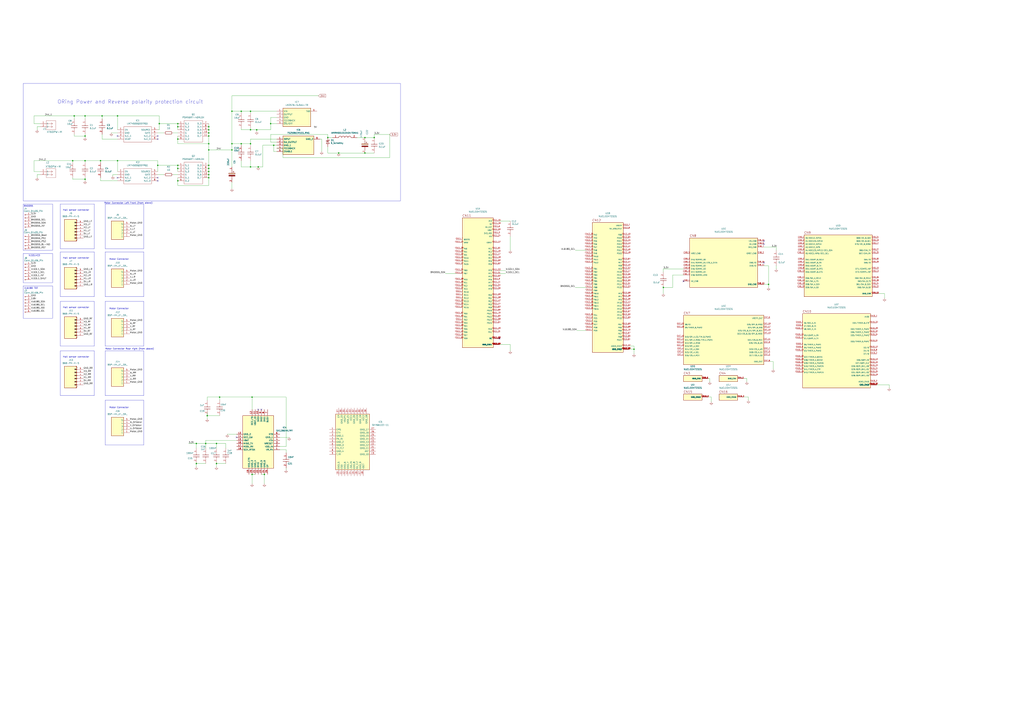
<source format=kicad_sch>
(kicad_sch (version 20231120) (generator "eeschema") (generator_version "8.0")
  (paper "A1")
  (title_block (title "Mainboard") (date "2024-10-17") (rev "0.1") (company "MDU"))
  (lib_symbols
    (symbol "865060663013:865060663013" (pin_names hide)
      (property "Reference" "C" (at 8.89 6.35 0))
      (property "Value" "865060663013" (at 8.89 3.81 0))
      (symbol "865060663013_1_1"
        (pin passive line (at 0 0 0) (length 2.54) (name "+") (number "1"))
        (pin passive line (at 12.7 0 180) (length 2.54) (name "-") (number "2"))
      )
    )
    (symbol "865080657018:865080657018" (pin_names hide)
      (property "Reference" "C" (at 8.89 6.35 0))
      (property "Value" "865080657018" (at 8.89 3.81 0))
      (symbol "865080657018_1_1"
        (pin passive line (at 0 0 0) (length 2.54) (name "+") (number "1"))
        (pin passive line (at 12.7 0 180) (length 2.54) (name "-") (number "2"))
      )
    )
    (symbol "885012007063:885012007063" (pin_names hide)
      (property "Reference" "C" (at 8.89 6.35 0))
      (property "Value" "885012007063" (at 8.89 3.81 0))
      (symbol "885012007063_1_1"
        (pin passive line (at 0 0 0) (length 5.08) (name "1") (number "1"))
        (pin passive line (at 12.7 0 180) (length 5.08) (name "2") (number "2"))
      )
    )
    (symbol "885012207092:885012207092" (pin_names hide)
      (property "Reference" "C" (at 8.89 6.35 0))
      (property "Value" "885012207092" (at 8.89 3.81 0))
      (symbol "885012207092_1_1"
        (pin passive line (at 0 0 0) (length 5.08) (name "1") (number "1"))
        (pin passive line (at 12.7 0 180) (length 5.08) (name "2") (number "2"))
      )
    )
    (symbol "885012207098:885012207098" (pin_names hide)
      (property "Reference" "C" (at 8.89 6.35 0))
      (property "Value" "885012207098" (at 8.89 3.81 0))
      (symbol "885012207098_1_1"
        (pin passive line (at 0 0 0) (length 5.08) (name "1") (number "1"))
        (pin passive line (at 12.7 0 180) (length 5.08) (name "2") (number "2"))
      )
    )
    (symbol "885012209073:885012209073" (pin_names hide)
      (property "Reference" "C" (at 8.89 6.35 0))
      (property "Value" "885012209073" (at 8.89 3.81 0))
      (symbol "885012209073_1_1"
        (pin passive line (at 0 0 0) (length 5.08) (name "1") (number "1"))
        (pin passive line (at 12.7 0 180) (length 5.08) (name "2") (number "2"))
      )
    )
    (symbol "AMRM00101040470MA1:AMRM00101040470MA1" (pin_names hide)
      (property "Reference" "L" (at 16.51 6.35 0))
      (property "Value" "AMRM00101040470MA1" (at 16.51 3.81 0))
      (symbol "AMRM00101040470MA1_1_1"
        (pin passive line (at 0 0 0) (length 5.08) (name "1") (number "1"))
        (pin passive line (at 20.32 0 180) (length 5.08) (name "2") (number "2"))
      )
    )
    (symbol "B5P-VH-LF-SN:B5P-VH_LF__SN_"
      (property "Reference" "J" (at 16.51 7.62 0))
      (property "Value" "B5P-VH_LF__SN_" (at 16.51 5.08 0))
      (symbol "B5P-VH_LF__SN__1_1"
        (pin passive line (at 0 0 0) (length 5.08) (name "1") (number "1"))
        (pin passive line (at 0 -2.54 0) (length 5.08) (name "2") (number "2"))
        (pin passive line (at 0 -5.08 0) (length 5.08) (name "3") (number "3"))
        (pin passive line (at 0 -7.62 0) (length 5.08) (name "4") (number "4"))
        (pin passive line (at 0 -10.16 0) (length 5.08) (name "5") (number "5"))
      )
    )
    (symbol "B6B-PH-K-S:B6B-PH-K-S" (pin_names (offset 1.016))
      (property "Reference" "J" (at -5.58 10.16 0))
      (property "Value" "B6B-PH-K-S" (at -5.08 -10.16 0))
      (symbol "B6B-PH-K-S_0_0"
        (pin passive line (at -10.16 7.62 0) (length 5.08) (name "1") (number "1"))
        (pin passive line (at -10.16 5.08 0) (length 5.08) (name "2") (number "2"))
        (pin passive line (at -10.16 2.54 0) (length 5.08) (name "3") (number "3"))
        (pin passive line (at -10.16 0 0) (length 5.08) (name "4") (number "4"))
        (pin passive line (at -10.16 -2.54 0) (length 5.08) (name "5") (number "5"))
        (pin passive line (at -10.16 -5.08 0) (length 5.08) (name "6") (number "6"))
      )
    )
    (symbol "Connector:Conn_01x05_Pin" (pin_names (offset 1.016) hide)
      (property "Reference" "J" (at 0 7.62 0))
      (property "Value" "Conn_01x05_Pin" (at 0 -7.62 0))
      (symbol "Conn_01x05_Pin_1_1"
        (pin passive line (at 5.08 5.08 180) (length 3.81) (name "Pin_1") (number "1"))
        (pin passive line (at 5.08 2.54 180) (length 3.81) (name "Pin_2") (number "2"))
        (pin passive line (at 5.08 0 180) (length 3.81) (name "Pin_3") (number "3"))
        (pin passive line (at 5.08 -2.54 180) (length 3.81) (name "Pin_4") (number "4"))
        (pin passive line (at 5.08 -5.08 180) (length 3.81) (name "Pin_5") (number "5"))
      )
    )
    (symbol "Connector:Conn_01x06_Pin" (pin_names (offset 1.016) hide)
      (property "Reference" "J" (at 0 7.62 0))
      (property "Value" "Conn_01x06_Pin" (at 0 -10.16 0))
      (symbol "Conn_01x06_Pin_1_1"
        (pin passive line (at 5.08 5.08 180) (length 3.81) (name "Pin_1") (number "1"))
        (pin passive line (at 5.08 2.54 180) (length 3.81) (name "Pin_2") (number "2"))
        (pin passive line (at 5.08 0 180) (length 3.81) (name "Pin_3") (number "3"))
        (pin passive line (at 5.08 -2.54 180) (length 3.81) (name "Pin_4") (number "4"))
        (pin passive line (at 5.08 -5.08 180) (length 3.81) (name "Pin_5") (number "5"))
        (pin passive line (at 5.08 -7.62 180) (length 3.81) (name "Pin_6") (number "6"))
      )
    )
    (symbol "Device:D_Schottky" (pin_numbers hide) (pin_names (offset 1.016) hide)
      (property "Reference" "D" (at 0 2.54 0))
      (property "Value" "D_Schottky" (at 0 -2.54 0))
      (symbol "D_Schottky_1_1"
        (pin passive line (at -3.81 0 0) (length 2.54) (name "K") (number "1"))
        (pin passive line (at 3.81 0 180) (length 2.54) (name "A") (number "2"))
      )
    )
    (symbol "Device:R" (pin_numbers hide) (pin_names (offset 0))
      (property "Reference" "R" (at 2.032 0 90))
      (property "Value" "R" (at 0 0 90))
      (symbol "R_1_1"
        (pin passive line (at 0 3.81 270) (length 1.27) (name "~") (number "1"))
        (pin passive line (at 0 -3.81 90) (length 1.27) (name "~") (number "2"))
      )
    )
    (symbol "LM2576-5.0WU-TR:LM2576-5.0WU-TR"
      (property "Reference" "IC" (at 29.21 7.62 0))
      (property "Value" "LM2576-5.0WU-TR" (at 29.21 5.08 0))
      (symbol "LM2576-5.0WU-TR_1_1"
        (pin passive line (at 0 0 0) (length 5.08) (name "VIN") (number "1"))
        (pin passive line (at 0 -2.54 0) (length 5.08) (name "OUTPUT") (number "2"))
        (pin passive line (at 0 -5.08 0) (length 5.08) (name "GND") (number "3"))
        (pin passive line (at 0 -7.62 0) (length 5.08) (name "FEEDBACK") (number "4"))
        (pin passive line (at 0 -10.16 0) (length 5.08) (name "~{ON}/OFF") (number "5"))
        (pin passive line (at 33.02 0 180) (length 5.08) (name "TAB") (number "6"))
      )
    )
    (symbol "LM74500QDDFRQ1:LM74500QDDFRQ1" (pin_names (offset 0.762))
      (property "Reference" "IC" (at 29.21 7.62 0))
      (property "Value" "LM74500QDDFRQ1" (at 29.21 5.08 0))
      (symbol "LM74500QDDFRQ1_0_0"
        (pin passive line (at 0 0 0) (length 5.08) (name "EN") (number "1"))
        (pin passive line (at 0 -2.54 0) (length 5.08) (name "GND") (number "2"))
        (pin passive line (at 0 -5.08 0) (length 5.08) (name "N.C_1") (number "3"))
        (pin passive line (at 0 -7.62 0) (length 5.08) (name "VCAP") (number "4"))
        (pin passive line (at 33.02 0 180) (length 5.08) (name "SOURCE") (number "5"))
        (pin passive line (at 33.02 -2.54 180) (length 5.08) (name "GATE") (number "6"))
        (pin passive line (at 33.02 -5.08 180) (length 5.08) (name "N.C_2") (number "7"))
        (pin passive line (at 33.02 -7.62 180) (length 5.08) (name "N.C_3") (number "8"))
      )
    )
    (symbol "NUCLEO-H723ZG:NUCLEOH723ZG" (pin_names (offset 1.016))
      (property "Reference" "U" (at -12.7 57.15 0))
      (property "Value" "NUCLEOH723ZG" (at -12.7 -54.61 0))
      (symbol "NUCLEOH723ZG_1_0"
        (text "CN11" (at -12.7 54.102 0) (effects (font (size 1.778 1.778)) (justify left bottom)))
        (pin bidirectional line (at -17.78 -7.62 0) (length 5.08) (name "PC10") (number "CN11_1"))
        (pin no_connect line (at 17.78 -45.72 180) (length 5.08) (name "NC") (number "CN11_10"))
        (pin bidirectional line (at 17.78 0 180) (length 5.08) (name "PF7") (number "CN11_11"))
        (pin bidirectional line (at 17.78 33.02 180) (length 5.08) (name "IOREF") (number "CN11_12"))
        (pin bidirectional line (at -17.78 20.32 0) (length 5.08) (name "PA13") (number "CN11_13"))
        (pin input line (at -17.78 33.02 0) (length 5.08) (name "NRST") (number "CN11_14"))
        (pin bidirectional line (at -17.78 17.78 0) (length 5.08) (name "PA14") (number "CN11_15"))
        (pin power_in line (at 17.78 50.8 180) (length 5.08) (name "3V3") (number "CN11_16"))
        (pin bidirectional line (at -17.78 15.24 0) (length 5.08) (name "PA15") (number "CN11_17"))
        (pin power_in line (at 17.78 48.26 180) (length 5.08) (name "5V") (number "CN11_18"))
        (pin power_in line (at 17.78 -50.8 180) (length 5.08) (name "GND_CN11") (number "CN11_19"))
        (pin bidirectional line (at -17.78 -10.16 0) (length 5.08) (name "PC11") (number "CN11_2"))
        (pin power_in line (at 17.78 -50.8 180) (length 5.08) (name "GND_CN11") (number "CN11_20"))
        (pin bidirectional line (at -17.78 7.62 0) (length 5.08) (name "PB7") (number "CN11_21"))
        (pin power_in line (at 17.78 -50.8 180) (length 5.08) (name "GND_CN11") (number "CN11_22"))
        (pin bidirectional line (at -17.78 -15.24 0) (length 5.08) (name "PC13") (number "CN11_23"))
        (pin power_in line (at 17.78 38.1 180) (length 5.08) (name "VIN") (number "CN11_24"))
        (pin bidirectional line (at -17.78 -17.78 0) (length 5.08) (name "PC14") (number "CN11_25"))
        (pin no_connect line (at 17.78 -45.72 180) (length 5.08) (name "NC") (number "CN11_26"))
        (pin bidirectional line (at -17.78 -20.32 0) (length 5.08) (name "PC15") (number "CN11_27"))
        (pin bidirectional line (at -17.78 27.94 0) (length 5.08) (name "PA0") (number "CN11_28"))
        (pin bidirectional line (at 17.78 -38.1 180) (length 5.08) (name "PH0") (number "CN11_29"))
        (pin bidirectional line (at -17.78 -12.7 0) (length 5.08) (name "PC12") (number "CN11_3"))
        (pin bidirectional line (at -17.78 25.4 0) (length 5.08) (name "PA1") (number "CN11_30"))
        (pin bidirectional line (at 17.78 -40.64 180) (length 5.08) (name "PH1") (number "CN11_31"))
        (pin bidirectional line (at -17.78 22.86 0) (length 5.08) (name "PA4") (number "CN11_32"))
        (pin power_in line (at 17.78 43.18 180) (length 5.08) (name "VBAT") (number "CN11_33"))
        (pin bidirectional line (at -17.78 10.16 0) (length 5.08) (name "PB0") (number "CN11_34"))
        (pin bidirectional line (at -17.78 -2.54 0) (length 5.08) (name "PC2") (number "CN11_35"))
        (pin bidirectional line (at -17.78 0 0) (length 5.08) (name "PC1") (number "CN11_36"))
        (pin bidirectional line (at -17.78 -5.08 0) (length 5.08) (name "PC3") (number "CN11_37"))
        (pin bidirectional line (at -17.78 2.54 0) (length 5.08) (name "PC0") (number "CN11_38"))
        (pin bidirectional line (at -17.78 -35.56 0) (length 5.08) (name "PD4") (number "CN11_39"))
        (pin bidirectional line (at -17.78 -30.48 0) (length 5.08) (name "PD2") (number "CN11_4"))
        (pin bidirectional line (at -17.78 -33.02 0) (length 5.08) (name "PD3") (number "CN11_40"))
        (pin bidirectional line (at -17.78 -38.1 0) (length 5.08) (name "PD5") (number "CN11_41"))
        (pin bidirectional line (at 17.78 -15.24 180) (length 5.08) (name "PG2") (number "CN11_42"))
        (pin bidirectional line (at -17.78 -40.64 0) (length 5.08) (name "PD6") (number "CN11_43"))
        (pin bidirectional line (at 17.78 -17.78 180) (length 5.08) (name "PG3") (number "CN11_44"))
        (pin bidirectional line (at -17.78 -43.18 0) (length 5.08) (name "PD7") (number "CN11_45"))
        (pin bidirectional line (at 17.78 25.4 180) (length 5.08) (name "PE2") (number "CN11_46"))
        (pin bidirectional line (at 17.78 22.86 180) (length 5.08) (name "PE3") (number "CN11_47"))
        (pin bidirectional line (at 17.78 20.32 180) (length 5.08) (name "PE4") (number "CN11_48"))
        (pin power_in line (at 17.78 -50.8 180) (length 5.08) (name "GND_CN11") (number "CN11_49"))
        (pin power_in line (at 17.78 40.64 180) (length 5.08) (name "3V3_VDD") (number "CN11_5"))
        (pin bidirectional line (at 17.78 17.78 180) (length 5.08) (name "PE5") (number "CN11_50"))
        (pin bidirectional line (at 17.78 7.62 180) (length 5.08) (name "PF1") (number "CN11_51"))
        (pin bidirectional line (at 17.78 5.08 180) (length 5.08) (name "PF2") (number "CN11_52"))
        (pin bidirectional line (at 17.78 10.16 180) (length 5.08) (name "PF0") (number "CN11_53"))
        (pin bidirectional line (at 17.78 -2.54 180) (length 5.08) (name "PF8") (number "CN11_54"))
        (pin bidirectional line (at -17.78 -27.94 0) (length 5.08) (name "PD1") (number "CN11_55"))
        (pin bidirectional line (at 17.78 -5.08 180) (length 5.08) (name "PF9") (number "CN11_56"))
        (pin bidirectional line (at -17.78 -25.4 0) (length 5.08) (name "PD0") (number "CN11_57"))
        (pin bidirectional line (at 17.78 -12.7 180) (length 5.08) (name "PG1") (number "CN11_58"))
        (pin bidirectional line (at 17.78 -10.16 180) (length 5.08) (name "PG0") (number "CN11_59"))
        (pin power_in line (at 17.78 45.72 180) (length 5.08) (name "5V_EXT") (number "CN11_6"))
        (pin power_in line (at 17.78 -50.8 180) (length 5.08) (name "GND_CN11") (number "CN11_60"))
        (pin bidirectional line (at 17.78 27.94 180) (length 5.08) (name "PE1") (number "CN11_61"))
        (pin bidirectional line (at 17.78 15.24 180) (length 5.08) (name "PE6") (number "CN11_62"))
        (pin bidirectional line (at 17.78 -20.32 180) (length 5.08) (name "PG9") (number "CN11_63"))
        (pin bidirectional line (at 17.78 -33.02 180) (length 5.08) (name "PG15") (number "CN11_64"))
        (pin bidirectional line (at 17.78 -27.94 180) (length 5.08) (name "PG12") (number "CN11_65"))
        (pin bidirectional line (at 17.78 -22.86 180) (length 5.08) (name "PG10") (number "CN11_66"))
        (pin no_connect line (at 17.78 -45.72 180) (length 5.08) (name "NC") (number "CN11_67"))
        (pin bidirectional line (at 17.78 -30.48 180) (length 5.08) (name "PG13") (number "CN11_68"))
        (pin bidirectional line (at -17.78 -45.72 0) (length 5.08) (name "PD9") (number "CN11_69"))
        (pin input line (at -17.78 35.56 0) (length 5.08) (name "BOOT0") (number "CN11_7"))
        (pin bidirectional line (at 17.78 -25.4 180) (length 5.08) (name "PG11") (number "CN11_70"))
        (pin power_in line (at 17.78 -50.8 180) (length 5.08) (name "GND_CN11") (number "CN11_8"))
        (pin bidirectional line (at 17.78 2.54 180) (length 5.08) (name "PF6") (number "CN11_9"))
      )
      (symbol "NUCLEOH723ZG_2_0"
        (text "CN12" (at -12.7 54.102 0) (effects (font (size 1.778 1.778)) (justify left bottom)))
        (pin bidirectional line (at -17.78 -35.56 0) (length 5.08) (name "PC9") (number "CN12_1"))
        (pin bidirectional line (at 17.78 43.18 180) (length 5.08) (name "PD8") (number "CN12_10"))
        (pin bidirectional line (at -17.78 38.1 0) (length 5.08) (name "PA5") (number "CN12_11"))
        (pin bidirectional line (at -17.78 20.32 0) (length 5.08) (name "PA12") (number "CN12_12"))
        (pin bidirectional line (at -17.78 35.56 0) (length 5.08) (name "PA6") (number "CN12_13"))
        (pin bidirectional line (at -17.78 22.86 0) (length 5.08) (name "PA11") (number "CN12_14"))
        (pin bidirectional line (at -17.78 33.02 0) (length 5.08) (name "PA7") (number "CN12_15"))
        (pin bidirectional line (at -17.78 -10.16 0) (length 5.08) (name "PB12") (number "CN12_16"))
        (pin bidirectional line (at -17.78 2.54 0) (length 5.08) (name "PB6") (number "CN12_17"))
        (pin bidirectional line (at -17.78 -7.62 0) (length 5.08) (name "PB11") (number "CN12_18"))
        (pin bidirectional line (at -17.78 -30.48 0) (length 5.08) (name "PC7") (number "CN12_19"))
        (pin bidirectional line (at -17.78 -33.02 0) (length 5.08) (name "PC8") (number "CN12_2"))
        (pin power_in line (at 17.78 -50.8 180) (length 5.08) (name "GND_CN12") (number "CN12_20"))
        (pin bidirectional line (at -17.78 27.94 0) (length 5.08) (name "PA9") (number "CN12_21"))
        (pin bidirectional line (at -17.78 12.7 0) (length 5.08) (name "PB2") (number "CN12_22"))
        (pin bidirectional line (at -17.78 30.48 0) (length 5.08) (name "PA8") (number "CN12_23"))
        (pin bidirectional line (at -17.78 15.24 0) (length 5.08) (name "PB1") (number "CN12_24"))
        (pin bidirectional line (at -17.78 -5.08 0) (length 5.08) (name "PB10") (number "CN12_25"))
        (pin bidirectional line (at -17.78 -17.78 0) (length 5.08) (name "PB15") (number "CN12_26"))
        (pin bidirectional line (at -17.78 7.62 0) (length 5.08) (name "PB4") (number "CN12_27"))
        (pin bidirectional line (at -17.78 -15.24 0) (length 5.08) (name "PB14") (number "CN12_28"))
        (pin bidirectional line (at -17.78 5.08 0) (length 5.08) (name "PB5") (number "CN12_29"))
        (pin bidirectional line (at -17.78 0 0) (length 5.08) (name "PB8") (number "CN12_3"))
        (pin bidirectional line (at -17.78 -12.7 0) (length 5.08) (name "PB13") (number "CN12_30"))
        (pin bidirectional line (at -17.78 10.16 0) (length 5.08) (name "PB3") (number "CN12_31"))
        (pin power_in line (at 17.78 -48.26 180) (length 5.08) (name "AGND_CN12") (number "CN12_32"))
        (pin bidirectional line (at -17.78 25.4 0) (length 5.08) (name "PA10") (number "CN12_33"))
        (pin bidirectional line (at -17.78 -22.86 0) (length 5.08) (name "PC4") (number "CN12_34"))
        (pin bidirectional line (at -17.78 43.18 0) (length 5.08) (name "PA2") (number "CN12_35"))
        (pin bidirectional line (at 17.78 -10.16 180) (length 5.08) (name "PF5") (number "CN12_36"))
        (pin bidirectional line (at -17.78 40.64 0) (length 5.08) (name "PA3") (number "CN12_37"))
        (pin bidirectional line (at 17.78 -7.62 180) (length 5.08) (name "PF4") (number "CN12_38"))
        (pin power_in line (at 17.78 -50.8 180) (length 5.08) (name "GND_CN12") (number "CN12_39"))
        (pin bidirectional line (at -17.78 -27.94 0) (length 5.08) (name "PC6") (number "CN12_4"))
        (pin bidirectional line (at 17.78 17.78 180) (length 5.08) (name "PE8") (number "CN12_40"))
        (pin bidirectional line (at 17.78 33.02 180) (length 5.08) (name "PD13") (number "CN12_41"))
        (pin bidirectional line (at 17.78 -12.7 180) (length 5.08) (name "PF10") (number "CN12_42"))
        (pin bidirectional line (at 17.78 35.56 180) (length 5.08) (name "PD12") (number "CN12_43"))
        (pin bidirectional line (at 17.78 20.32 180) (length 5.08) (name "PE7") (number "CN12_44"))
        (pin bidirectional line (at 17.78 38.1 180) (length 5.08) (name "PD11") (number "CN12_45"))
        (pin bidirectional line (at 17.78 30.48 180) (length 5.08) (name "PD14") (number "CN12_46"))
        (pin bidirectional line (at 17.78 12.7 180) (length 5.08) (name "PE10") (number "CN12_47"))
        (pin bidirectional line (at 17.78 27.94 180) (length 5.08) (name "PD15") (number "CN12_48"))
        (pin bidirectional line (at 17.78 7.62 180) (length 5.08) (name "PE12") (number "CN12_49"))
        (pin bidirectional line (at -17.78 -2.54 0) (length 5.08) (name "PB9") (number "CN12_5"))
        (pin bidirectional line (at 17.78 -22.86 180) (length 5.08) (name "PF14") (number "CN12_50"))
        (pin bidirectional line (at 17.78 2.54 180) (length 5.08) (name "PE14") (number "CN12_51"))
        (pin bidirectional line (at 17.78 15.24 180) (length 5.08) (name "PE9") (number "CN12_52"))
        (pin bidirectional line (at 17.78 0 180) (length 5.08) (name "PE15") (number "CN12_53"))
        (pin power_in line (at 17.78 -50.8 180) (length 5.08) (name "GND_CN12") (number "CN12_54"))
        (pin bidirectional line (at 17.78 5.08 180) (length 5.08) (name "PE13") (number "CN12_55"))
        (pin bidirectional line (at 17.78 10.16 180) (length 5.08) (name "PE11") (number "CN12_56"))
        (pin bidirectional line (at 17.78 -20.32 180) (length 5.08) (name "PF13") (number "CN12_57"))
        (pin bidirectional line (at 17.78 -5.08 180) (length 5.08) (name "PF3") (number "CN12_58"))
        (pin bidirectional line (at 17.78 -17.78 180) (length 5.08) (name "PF12") (number "CN12_59"))
        (pin bidirectional line (at -17.78 -25.4 0) (length 5.08) (name "PC5") (number "CN12_6"))
        (pin bidirectional line (at 17.78 -25.4 180) (length 5.08) (name "PF15") (number "CN12_60"))
        (pin bidirectional line (at 17.78 -43.18 180) (length 5.08) (name "PG14") (number "CN12_61"))
        (pin bidirectional line (at 17.78 -15.24 180) (length 5.08) (name "PF11") (number "CN12_62"))
        (pin power_in line (at 17.78 -50.8 180) (length 5.08) (name "GND_CN12") (number "CN12_63"))
        (pin bidirectional line (at 17.78 22.86 180) (length 5.08) (name "PE0") (number "CN12_64"))
        (pin bidirectional line (at 17.78 40.64 180) (length 5.08) (name "PD10") (number "CN12_65"))
        (pin bidirectional line (at 17.78 -40.64 180) (length 5.08) (name "PG8") (number "CN12_66"))
        (pin bidirectional line (at 17.78 -38.1 180) (length 5.08) (name "PG7") (number "CN12_67"))
        (pin bidirectional line (at 17.78 -33.02 180) (length 5.08) (name "PG5") (number "CN12_68"))
        (pin bidirectional line (at 17.78 -30.48 180) (length 5.08) (name "PG4") (number "CN12_69"))
        (pin power_in line (at 17.78 50.8 180) (length 5.08) (name "VREFP") (number "CN12_7"))
        (pin bidirectional line (at 17.78 -35.56 180) (length 5.08) (name "PG6") (number "CN12_70"))
        (pin power_in line (at 17.78 48.26 180) (length 5.08) (name "5V_USB_STLK") (number "CN12_8"))
        (pin power_in line (at 17.78 -50.8 180) (length 5.08) (name "GND_CN12") (number "CN12_9"))
      )
      (symbol "NUCLEOH723ZG_3_0"
        (text "CN8" (at -27.94 21.082 0) (effects (font (size 1.778 1.778)) (justify left bottom)))
        (pin no_connect line (at -33.02 -15.24 0) (length 5.08) (name "NC_CN8") (number "CN8_1"))
        (pin bidirectional line (at -33.02 -7.62 0) (length 5.08) (name "D47/SDMMC_CK") (number "CN8_10"))
        (pin power_in line (at 33.02 -17.78 180) (length 5.08) (name "GND_CN8") (number "CN8_11"))
        (pin bidirectional line (at -33.02 -10.16 0) (length 5.08) (name "D48/SDMMC_CMD") (number "CN8_12"))
        (pin power_in line (at 33.02 -17.78 180) (length 5.08) (name "GND_CN8") (number "CN8_13"))
        (pin bidirectional line (at 33.02 -2.54 180) (length 5.08) (name "D49/IO") (number "CN8_14"))
        (pin power_in line (at 33.02 17.78 180) (length 5.08) (name "VIN_CN8") (number "CN8_15"))
        (pin bidirectional line (at 33.02 0 180) (length 5.08) (name "D50/IO") (number "CN8_16"))
        (pin bidirectional line (at -33.02 2.54 0) (length 5.08) (name "D43/SDMMC_D0") (number "CN8_2"))
        (pin bidirectional line (at 33.02 7.62 180) (length 5.08) (name "IOREF_CN8") (number "CN8_3"))
        (pin bidirectional line (at -33.02 0 0) (length 5.08) (name "D44/SDMMC_D1/I2S_A_CKIN") (number "CN8_4"))
        (pin input line (at -33.02 7.62 0) (length 5.08) (name "NRST_CN8") (number "CN8_5"))
        (pin bidirectional line (at -33.02 -2.54 0) (length 5.08) (name "D45/SDMMC_D2") (number "CN8_6"))
        (pin power_in line (at 33.02 12.7 180) (length 5.08) (name "3V3_CN8") (number "CN8_7"))
        (pin bidirectional line (at -33.02 -5.08 0) (length 5.08) (name "D46/SDMMC_D3") (number "CN8_8"))
        (pin power_in line (at 33.02 15.24 180) (length 5.08) (name "5V_CN8") (number "CN8_9"))
      )
      (symbol "NUCLEOH723ZG_4_0"
        (text "CN9" (at -27.94 26.162 0) (effects (font (size 1.778 1.778)) (justify left bottom)))
        (pin input line (at -33.02 22.86 0) (length 5.08) (name "A0/ADC12_INP15") (number "CN9_1"))
        (pin bidirectional line (at -33.02 -5.08 0) (length 5.08) (name "D55/USART_B_CTS") (number "CN9_10"))
        (pin input line (at -33.02 10.16 0) (length 5.08) (name "A5/ADC3_INP6/I2C1_SCL") (number "CN9_11"))
        (pin power_in line (at 33.02 -22.86 180) (length 5.08) (name "GND_CN9") (number "CN9_12"))
        (pin bidirectional line (at 33.02 -5.08 180) (length 5.08) (name "D72/COMP1_INP") (number "CN9_13"))
        (pin bidirectional line (at -33.02 -10.16 0) (length 5.08) (name "D56/SAI_A_MCLK") (number "CN9_14"))
        (pin bidirectional line (at 33.02 -2.54 180) (length 5.08) (name "D71/COMP2_INP") (number "CN9_15"))
        (pin bidirectional line (at -33.02 -12.7 0) (length 5.08) (name "D57/SAI_A_FS") (number "CN9_16"))
        (pin bidirectional line (at 33.02 17.78 180) (length 5.08) (name "D70/I2C_B_SMBA") (number "CN9_17"))
        (pin bidirectional line (at -33.02 -15.24 0) (length 5.08) (name "D58/SAI_A_SCK") (number "CN9_18"))
        (pin bidirectional line (at 33.02 20.32 180) (length 5.08) (name "D69/I2C_B_SCL") (number "CN9_19"))
        (pin bidirectional line (at -33.02 5.08 0) (length 5.08) (name "D51/USART_B_SCLK") (number "CN9_2"))
        (pin bidirectional line (at -33.02 -17.78 0) (length 5.08) (name "D59/SAI_A_SD") (number "CN9_20"))
        (pin bidirectional line (at 33.02 22.86 180) (length 5.08) (name "D68/I2C_B_SDA") (number "CN9_21"))
        (pin bidirectional line (at 33.02 -17.78 180) (length 5.08) (name "D60/SAI_B_SD") (number "CN9_22"))
        (pin power_in line (at 33.02 -22.86 180) (length 5.08) (name "GND_CN9") (number "CN9_23"))
        (pin bidirectional line (at 33.02 -15.24 180) (length 5.08) (name "D61/SAI_B_SCK") (number "CN9_24"))
        (pin input line (at 33.02 10.16 180) (length 5.08) (name "D67/CAN_RX") (number "CN9_25"))
        (pin bidirectional line (at 33.02 -10.16 180) (length 5.08) (name "D62/SAI_B_MCLK") (number "CN9_26"))
        (pin output line (at 33.02 12.7 180) (length 5.08) (name "D66/CAN_TX") (number "CN9_27"))
        (pin bidirectional line (at 33.02 -12.7 180) (length 5.08) (name "D63/SAI_B_FS") (number "CN9_28"))
        (pin bidirectional line (at 33.02 2.54 180) (length 5.08) (name "D65/IO") (number "CN9_29"))
        (pin input line (at -33.02 20.32 0) (length 5.08) (name "A1/ADC123_INP10") (number "CN9_3"))
        (pin bidirectional line (at 33.02 5.08 180) (length 5.08) (name "D64/IO") (number "CN9_30"))
        (pin bidirectional line (at -33.02 2.54 0) (length 5.08) (name "D52/USART_B_RX") (number "CN9_4"))
        (pin input line (at -33.02 17.78 0) (length 5.08) (name "A2/ADC12_INP13") (number "CN9_5"))
        (pin bidirectional line (at -33.02 0 0) (length 5.08) (name "D53/USART_B_TX") (number "CN9_6"))
        (pin input line (at -33.02 15.24 0) (length 5.08) (name "A3/ADC12_INP5") (number "CN9_7"))
        (pin bidirectional line (at -33.02 -2.54 0) (length 5.08) (name "D54/USART_B_RTS") (number "CN9_8"))
        (pin input line (at -33.02 12.7 0) (length 5.08) (name "A4/ADC123_INP12/I2C1_SDA") (number "CN9_9"))
      )
      (symbol "NUCLEOH723ZG_5_0"
        (text "CN7" (at -33.02 21.082 0) (effects (font (size 1.778 1.778)) (justify left bottom)))
        (pin bidirectional line (at -38.1 -12.7 0) (length 5.08) (name "D16/I2S_A_MCK") (number "CN7_1"))
        (pin bidirectional line (at -38.1 -5.08 0) (length 5.08) (name "D13/SPI_A_SCK") (number "CN7_10"))
        (pin bidirectional line (at 38.1 0 180) (length 5.08) (name "D21/I2S_B_MCK") (number "CN7_11"))
        (pin bidirectional line (at -38.1 -2.54 0) (length 5.08) (name "D12/SPI_A_MISO") (number "CN7_12"))
        (pin bidirectional line (at 38.1 5.08 180) (length 5.08) (name "D22/I2S_B_SD/SPI_B_MOSI") (number "CN7_13"))
        (pin bidirectional line (at -38.1 0 0) (length 5.08) (name "D11/SPI_A_MOSI/TIM_E_PWM1") (number "CN7_14"))
        (pin bidirectional line (at 38.1 7.62 180) (length 5.08) (name "D23/I2S_B_CK/SPI_B_SCK") (number "CN7_15"))
        (pin bidirectional line (at -38.1 2.54 0) (length 5.08) (name "D10/SPI_A_CS/TIM_B_PWM3") (number "CN7_16"))
        (pin bidirectional line (at 38.1 10.16 180) (length 5.08) (name "D24/SPI_B_NSS") (number "CN7_17"))
        (pin bidirectional line (at -38.1 10.16 0) (length 5.08) (name "D9/TIMER_B_PWM2") (number "CN7_18"))
        (pin bidirectional line (at 38.1 12.7 180) (length 5.08) (name "D25/SPI_B_MISO") (number "CN7_19"))
        (pin bidirectional line (at -38.1 -10.16 0) (length 5.08) (name "D15/I2C_A_SCL") (number "CN7_2"))
        (pin bidirectional line (at -38.1 12.7 0) (length 5.08) (name "D8/IO") (number "CN7_20"))
        (pin bidirectional line (at 38.1 -12.7 180) (length 5.08) (name "D17/I2S_A_SD") (number "CN7_3"))
        (pin bidirectional line (at -38.1 -7.62 0) (length 5.08) (name "D14/I2C_A_SDA") (number "CN7_4"))
        (pin bidirectional line (at 38.1 -10.16 180) (length 5.08) (name "D18/I2S_A_CK") (number "CN7_5"))
        (pin power_in line (at 38.1 17.78 180) (length 5.08) (name "VREFP_CN7") (number "CN7_6"))
        (pin bidirectional line (at 38.1 -7.62 180) (length 5.08) (name "D19/I2S_A_WS") (number "CN7_7"))
        (pin power_in line (at 38.1 -17.78 180) (length 5.08) (name "GND_CN7") (number "CN7_8"))
        (pin bidirectional line (at 38.1 -2.54 180) (length 5.08) (name "D20/I2S_B_WS") (number "CN7_9"))
      )
      (symbol "NUCLEOH723ZG_6_0"
        (text "CN10" (at -27.94 31.242 0) (effects (font (size 1.778 1.778)) (justify left bottom)))
        (pin power_in line (at 33.02 27.94 180) (length 5.08) (name "AVDD") (number "CN10_1"))
        (pin bidirectional line (at -33.02 0 0) (length 5.08) (name "D3/TIMER_A_PWM3") (number "CN10_10"))
        (pin input line (at -33.02 17.78 0) (length 5.08) (name "A8/ADC_C_IN") (number "CN10_11"))
        (pin bidirectional line (at 33.02 2.54 180) (length 5.08) (name "D2/IO") (number "CN10_12"))
        (pin bidirectional line (at 33.02 -7.62 180) (length 5.08) (name "D26/QSPI_CS") (number "CN10_13"))
        (pin output line (at -33.02 10.16 0) (length 5.08) (name "D1/USART_A_TX") (number "CN10_14"))
        (pin bidirectional line (at 33.02 -10.16 180) (length 5.08) (name "D27/QSPI_CLK") (number "CN10_15"))
        (pin input line (at -33.02 12.7 0) (length 5.08) (name "D0/USART_A_RX") (number "CN10_16"))
        (pin power_in line (at 33.02 -27.94 180) (length 5.08) (name "GND_CN10") (number "CN10_17"))
        (pin bidirectional line (at -33.02 -17.78 0) (length 5.08) (name "D42/TIMER_A_PWM1N") (number "CN10_18"))
        (pin bidirectional line (at 33.02 -20.32 180) (length 5.08) (name "D28/QSPI_BK1_IO3") (number "CN10_19"))
        (pin bidirectional line (at 33.02 -2.54 180) (length 5.08) (name "D7/IO") (number "CN10_2"))
        (pin bidirectional line (at -33.02 -15.24 0) (length 5.08) (name "D41/TIMER_A_ETR") (number "CN10_20"))
        (pin bidirectional line (at 33.02 -15.24 180) (length 5.08) (name "D29/QSPI_BK1_IO1") (number "CN10_21"))
        (pin power_in line (at 33.02 -27.94 180) (length 5.08) (name "GND_CN10") (number "CN10_22"))
        (pin bidirectional line (at 33.02 -12.7 180) (length 5.08) (name "D30/QSPI_BK1_IO0") (number "CN10_23"))
        (pin bidirectional line (at -33.02 -12.7 0) (length 5.08) (name "D40/TIMER_A_PWM2N") (number "CN10_24"))
        (pin bidirectional line (at 33.02 -17.78 180) (length 5.08) (name "D31/QSPI_BK1_IO2") (number "CN10_25"))
        (pin bidirectional line (at -33.02 -10.16 0) (length 5.08) (name "D39/TIMER_A_PWM3N") (number "CN10_26"))
        (pin power_in line (at 33.02 -27.94 180) (length 5.08) (name "GND_CN10") (number "CN10_27"))
        (pin bidirectional line (at -33.02 -7.62 0) (length 5.08) (name "D38/TIMER_A_BKIN2") (number "CN10_28"))
        (pin bidirectional line (at 33.02 17.78 180) (length 5.08) (name "D32/TIMER_C_PWM1") (number "CN10_29"))
        (pin power_in line (at 33.02 -25.4 180) (length 5.08) (name "AGND_CN10") (number "CN10_3"))
        (pin bidirectional line (at -33.02 -5.08 0) (length 5.08) (name "D37/TIMER_A_BKIN1") (number "CN10_30"))
        (pin bidirectional line (at 33.02 7.62 180) (length 5.08) (name "D33/TIMER_D_PWM1") (number "CN10_31"))
        (pin bidirectional line (at 33.02 15.24 180) (length 5.08) (name "D36/TIMER_C_PWM2") (number "CN10_32"))
        (pin bidirectional line (at 33.02 22.86 180) (length 5.08) (name "D34/TIMER_B_ETR") (number "CN10_33"))
        (pin bidirectional line (at 33.02 12.7 180) (length 5.08) (name "D35/TIMER_C_PWM3") (number "CN10_34"))
        (pin bidirectional line (at -33.02 5.08 0) (length 5.08) (name "D6/TIMER_A_PWM1") (number "CN10_4"))
        (pin power_in line (at 33.02 -27.94 180) (length 5.08) (name "GND_CN10") (number "CN10_5"))
        (pin bidirectional line (at -33.02 2.54 0) (length 5.08) (name "D5/TIMER_A_PWM2") (number "CN10_6"))
        (pin input line (at -33.02 22.86 0) (length 5.08) (name "A6/ADC_A_IN") (number "CN10_7"))
        (pin bidirectional line (at 33.02 0 180) (length 5.08) (name "D4/IO") (number "CN10_8"))
        (pin input line (at -33.02 20.32 0) (length 5.08) (name "A7/ADC_B_IN") (number "CN10_9"))
      )
      (symbol "NUCLEOH723ZG_7_0"
        (text "CN3" (at -7.62 3.302 0) (effects (font (size 1.778 1.778)) (justify left bottom)))
        (pin power_in line (at 12.7 0 180) (length 5.08) (name "GND_CN3") (number "CN3_1"))
        (pin power_in line (at 12.7 0 180) (length 5.08) (name "GND_CN3") (number "CN3_2"))
      )
      (symbol "NUCLEOH723ZG_8_0"
        (text "CN4" (at -7.62 3.302 0) (effects (font (size 1.778 1.778)) (justify left bottom)))
        (pin power_in line (at 12.7 0 180) (length 5.08) (name "GND_CN4") (number "CN4_1"))
        (pin power_in line (at 12.7 0 180) (length 5.08) (name "GND_CN4") (number "CN4_2"))
      )
      (symbol "NUCLEOH723ZG_9_0"
        (text "CN15" (at -7.62 3.302 0) (effects (font (size 1.778 1.778)) (justify left bottom)))
        (pin power_in line (at 12.7 0 180) (length 5.08) (name "GND_CN15") (number "CN15_1"))
        (pin power_in line (at 12.7 0 180) (length 5.08) (name "GND_CN15") (number "CN15_2"))
      )
      (symbol "NUCLEOH723ZG_10_0"
        (text "CN16" (at -7.62 3.302 0) (effects (font (size 1.778 1.778)) (justify left bottom)))
        (pin power_in line (at 12.7 0 180) (length 5.08) (name "GND_CN16") (number "CN16_1"))
        (pin power_in line (at 12.7 0 180) (length 5.08) (name "GND_CN16") (number "CN16_2"))
      )
    )
    (symbol "NUCLEOH723ZG:NUCLEOH723ZG" (pin_names (offset 1.016))
      (property "Reference" "U" (at -12.7 57.15 0))
      (property "Value" "NUCLEOH723ZG" (at -12.7 -54.61 0))
      (symbol "NUCLEOH723ZG_1_0"
        (text "CN11" (at -12.7 54.102 0) (effects (font (size 1.778 1.778)) (justify left bottom)))
        (pin bidirectional line (at -17.78 -7.62 0) (length 5.08) (name "PC10") (number "CN11_1"))
        (pin no_connect line (at 17.78 -45.72 180) (length 5.08) (name "NC") (number "CN11_10"))
        (pin bidirectional line (at 17.78 0 180) (length 5.08) (name "PF7") (number "CN11_11"))
        (pin bidirectional line (at 17.78 33.02 180) (length 5.08) (name "IOREF") (number "CN11_12"))
        (pin bidirectional line (at -17.78 20.32 0) (length 5.08) (name "PA13") (number "CN11_13"))
        (pin input line (at -17.78 33.02 0) (length 5.08) (name "NRST") (number "CN11_14"))
        (pin bidirectional line (at -17.78 17.78 0) (length 5.08) (name "PA14") (number "CN11_15"))
        (pin power_in line (at 17.78 50.8 180) (length 5.08) (name "3V3") (number "CN11_16"))
        (pin bidirectional line (at -17.78 15.24 0) (length 5.08) (name "PA15") (number "CN11_17"))
        (pin power_in line (at 17.78 48.26 180) (length 5.08) (name "5V") (number "CN11_18"))
        (pin power_in line (at 17.78 -50.8 180) (length 5.08) (name "GND_CN11") (number "CN11_19"))
        (pin bidirectional line (at -17.78 -10.16 0) (length 5.08) (name "PC11") (number "CN11_2"))
        (pin power_in line (at 17.78 -50.8 180) (length 5.08) (name "GND_CN11") (number "CN11_20"))
        (pin bidirectional line (at -17.78 7.62 0) (length 5.08) (name "PB7") (number "CN11_21"))
        (pin power_in line (at 17.78 -50.8 180) (length 5.08) (name "GND_CN11") (number "CN11_22"))
        (pin bidirectional line (at -17.78 -15.24 0) (length 5.08) (name "PC13") (number "CN11_23"))
        (pin power_in line (at 17.78 38.1 180) (length 5.08) (name "VIN") (number "CN11_24"))
        (pin bidirectional line (at -17.78 -17.78 0) (length 5.08) (name "PC14") (number "CN11_25"))
        (pin no_connect line (at 17.78 -45.72 180) (length 5.08) (name "NC") (number "CN11_26"))
        (pin bidirectional line (at -17.78 -20.32 0) (length 5.08) (name "PC15") (number "CN11_27"))
        (pin bidirectional line (at -17.78 27.94 0) (length 5.08) (name "PA0") (number "CN11_28"))
        (pin bidirectional line (at 17.78 -38.1 180) (length 5.08) (name "PH0") (number "CN11_29"))
        (pin bidirectional line (at -17.78 -12.7 0) (length 5.08) (name "PC12") (number "CN11_3"))
        (pin bidirectional line (at -17.78 25.4 0) (length 5.08) (name "PA1") (number "CN11_30"))
        (pin bidirectional line (at 17.78 -40.64 180) (length 5.08) (name "PH1") (number "CN11_31"))
        (pin bidirectional line (at -17.78 22.86 0) (length 5.08) (name "PA4") (number "CN11_32"))
        (pin power_in line (at 17.78 43.18 180) (length 5.08) (name "VBAT") (number "CN11_33"))
        (pin bidirectional line (at -17.78 10.16 0) (length 5.08) (name "PB0") (number "CN11_34"))
        (pin bidirectional line (at -17.78 -2.54 0) (length 5.08) (name "PC2") (number "CN11_35"))
        (pin bidirectional line (at -17.78 0 0) (length 5.08) (name "PC1") (number "CN11_36"))
        (pin bidirectional line (at -17.78 -5.08 0) (length 5.08) (name "PC3") (number "CN11_37"))
        (pin bidirectional line (at -17.78 2.54 0) (length 5.08) (name "PC0") (number "CN11_38"))
        (pin bidirectional line (at -17.78 -35.56 0) (length 5.08) (name "PD4") (number "CN11_39"))
        (pin bidirectional line (at -17.78 -30.48 0) (length 5.08) (name "PD2") (number "CN11_4"))
        (pin bidirectional line (at -17.78 -33.02 0) (length 5.08) (name "PD3") (number "CN11_40"))
        (pin bidirectional line (at -17.78 -38.1 0) (length 5.08) (name "PD5") (number "CN11_41"))
        (pin bidirectional line (at 17.78 -15.24 180) (length 5.08) (name "PG2") (number "CN11_42"))
        (pin bidirectional line (at -17.78 -40.64 0) (length 5.08) (name "PD6") (number "CN11_43"))
        (pin bidirectional line (at 17.78 -17.78 180) (length 5.08) (name "PG3") (number "CN11_44"))
        (pin bidirectional line (at -17.78 -43.18 0) (length 5.08) (name "PD7") (number "CN11_45"))
        (pin bidirectional line (at 17.78 25.4 180) (length 5.08) (name "PE2") (number "CN11_46"))
        (pin bidirectional line (at 17.78 22.86 180) (length 5.08) (name "PE3") (number "CN11_47"))
        (pin bidirectional line (at 17.78 20.32 180) (length 5.08) (name "PE4") (number "CN11_48"))
        (pin power_in line (at 17.78 -50.8 180) (length 5.08) (name "GND_CN11") (number "CN11_49"))
        (pin power_in line (at 17.78 40.64 180) (length 5.08) (name "3V3_VDD") (number "CN11_5"))
        (pin bidirectional line (at 17.78 17.78 180) (length 5.08) (name "PE5") (number "CN11_50"))
        (pin bidirectional line (at 17.78 7.62 180) (length 5.08) (name "PF1") (number "CN11_51"))
        (pin bidirectional line (at 17.78 5.08 180) (length 5.08) (name "PF2") (number "CN11_52"))
        (pin bidirectional line (at 17.78 10.16 180) (length 5.08) (name "PF0") (number "CN11_53"))
        (pin bidirectional line (at 17.78 -2.54 180) (length 5.08) (name "PF8") (number "CN11_54"))
        (pin bidirectional line (at -17.78 -27.94 0) (length 5.08) (name "PD1") (number "CN11_55"))
        (pin bidirectional line (at 17.78 -5.08 180) (length 5.08) (name "PF9") (number "CN11_56"))
        (pin bidirectional line (at -17.78 -25.4 0) (length 5.08) (name "PD0") (number "CN11_57"))
        (pin bidirectional line (at 17.78 -12.7 180) (length 5.08) (name "PG1") (number "CN11_58"))
        (pin bidirectional line (at 17.78 -10.16 180) (length 5.08) (name "PG0") (number "CN11_59"))
        (pin power_in line (at 17.78 45.72 180) (length 5.08) (name "5V_EXT") (number "CN11_6"))
        (pin power_in line (at 17.78 -50.8 180) (length 5.08) (name "GND_CN11") (number "CN11_60"))
        (pin bidirectional line (at 17.78 27.94 180) (length 5.08) (name "PE1") (number "CN11_61"))
        (pin bidirectional line (at 17.78 15.24 180) (length 5.08) (name "PE6") (number "CN11_62"))
        (pin bidirectional line (at 17.78 -20.32 180) (length 5.08) (name "PG9") (number "CN11_63"))
        (pin bidirectional line (at 17.78 -33.02 180) (length 5.08) (name "PG15") (number "CN11_64"))
        (pin bidirectional line (at 17.78 -27.94 180) (length 5.08) (name "PG12") (number "CN11_65"))
        (pin bidirectional line (at 17.78 -22.86 180) (length 5.08) (name "PG10") (number "CN11_66"))
        (pin no_connect line (at 17.78 -45.72 180) (length 5.08) (name "NC") (number "CN11_67"))
        (pin bidirectional line (at 17.78 -30.48 180) (length 5.08) (name "PG13") (number "CN11_68"))
        (pin bidirectional line (at -17.78 -45.72 0) (length 5.08) (name "PD9") (number "CN11_69"))
        (pin input line (at -17.78 35.56 0) (length 5.08) (name "BOOT0") (number "CN11_7"))
        (pin bidirectional line (at 17.78 -25.4 180) (length 5.08) (name "PG11") (number "CN11_70"))
        (pin power_in line (at 17.78 -50.8 180) (length 5.08) (name "GND_CN11") (number "CN11_8"))
        (pin bidirectional line (at 17.78 2.54 180) (length 5.08) (name "PF6") (number "CN11_9"))
      )
      (symbol "NUCLEOH723ZG_2_0"
        (text "CN12" (at -12.7 54.102 0) (effects (font (size 1.778 1.778)) (justify left bottom)))
        (pin bidirectional line (at -17.78 -35.56 0) (length 5.08) (name "PC9") (number "CN12_1"))
        (pin bidirectional line (at 17.78 43.18 180) (length 5.08) (name "PD8") (number "CN12_10"))
        (pin bidirectional line (at -17.78 38.1 0) (length 5.08) (name "PA5") (number "CN12_11"))
        (pin bidirectional line (at -17.78 20.32 0) (length 5.08) (name "PA12") (number "CN12_12"))
        (pin bidirectional line (at -17.78 35.56 0) (length 5.08) (name "PA6") (number "CN12_13"))
        (pin bidirectional line (at -17.78 22.86 0) (length 5.08) (name "PA11") (number "CN12_14"))
        (pin bidirectional line (at -17.78 33.02 0) (length 5.08) (name "PA7") (number "CN12_15"))
        (pin bidirectional line (at -17.78 -10.16 0) (length 5.08) (name "PB12") (number "CN12_16"))
        (pin bidirectional line (at -17.78 2.54 0) (length 5.08) (name "PB6") (number "CN12_17"))
        (pin bidirectional line (at -17.78 -7.62 0) (length 5.08) (name "PB11") (number "CN12_18"))
        (pin bidirectional line (at -17.78 -30.48 0) (length 5.08) (name "PC7") (number "CN12_19"))
        (pin bidirectional line (at -17.78 -33.02 0) (length 5.08) (name "PC8") (number "CN12_2"))
        (pin power_in line (at 17.78 -50.8 180) (length 5.08) (name "GND_CN12") (number "CN12_20"))
        (pin bidirectional line (at -17.78 27.94 0) (length 5.08) (name "PA9") (number "CN12_21"))
        (pin bidirectional line (at -17.78 12.7 0) (length 5.08) (name "PB2") (number "CN12_22"))
        (pin bidirectional line (at -17.78 30.48 0) (length 5.08) (name "PA8") (number "CN12_23"))
        (pin bidirectional line (at -17.78 15.24 0) (length 5.08) (name "PB1") (number "CN12_24"))
        (pin bidirectional line (at -17.78 -5.08 0) (length 5.08) (name "PB10") (number "CN12_25"))
        (pin bidirectional line (at -17.78 -17.78 0) (length 5.08) (name "PB15") (number "CN12_26"))
        (pin bidirectional line (at -17.78 7.62 0) (length 5.08) (name "PB4") (number "CN12_27"))
        (pin bidirectional line (at -17.78 -15.24 0) (length 5.08) (name "PB14") (number "CN12_28"))
        (pin bidirectional line (at -17.78 5.08 0) (length 5.08) (name "PB5") (number "CN12_29"))
        (pin bidirectional line (at -17.78 0 0) (length 5.08) (name "PB8") (number "CN12_3"))
        (pin bidirectional line (at -17.78 -12.7 0) (length 5.08) (name "PB13") (number "CN12_30"))
        (pin bidirectional line (at -17.78 10.16 0) (length 5.08) (name "PB3") (number "CN12_31"))
        (pin power_in line (at 17.78 -48.26 180) (length 5.08) (name "AGND_CN12") (number "CN12_32"))
        (pin bidirectional line (at -17.78 25.4 0) (length 5.08) (name "PA10") (number "CN12_33"))
        (pin bidirectional line (at -17.78 -22.86 0) (length 5.08) (name "PC4") (number "CN12_34"))
        (pin bidirectional line (at -17.78 43.18 0) (length 5.08) (name "PA2") (number "CN12_35"))
        (pin bidirectional line (at 17.78 -10.16 180) (length 5.08) (name "PF5") (number "CN12_36"))
        (pin bidirectional line (at -17.78 40.64 0) (length 5.08) (name "PA3") (number "CN12_37"))
        (pin bidirectional line (at 17.78 -7.62 180) (length 5.08) (name "PF4") (number "CN12_38"))
        (pin power_in line (at 17.78 -50.8 180) (length 5.08) (name "GND_CN12") (number "CN12_39"))
        (pin bidirectional line (at -17.78 -27.94 0) (length 5.08) (name "PC6") (number "CN12_4"))
        (pin bidirectional line (at 17.78 17.78 180) (length 5.08) (name "PE8") (number "CN12_40"))
        (pin bidirectional line (at 17.78 33.02 180) (length 5.08) (name "PD13") (number "CN12_41"))
        (pin bidirectional line (at 17.78 -12.7 180) (length 5.08) (name "PF10") (number "CN12_42"))
        (pin bidirectional line (at 17.78 35.56 180) (length 5.08) (name "PD12") (number "CN12_43"))
        (pin bidirectional line (at 17.78 20.32 180) (length 5.08) (name "PE7") (number "CN12_44"))
        (pin bidirectional line (at 17.78 38.1 180) (length 5.08) (name "PD11") (number "CN12_45"))
        (pin bidirectional line (at 17.78 30.48 180) (length 5.08) (name "PD14") (number "CN12_46"))
        (pin bidirectional line (at 17.78 12.7 180) (length 5.08) (name "PE10") (number "CN12_47"))
        (pin bidirectional line (at 17.78 27.94 180) (length 5.08) (name "PD15") (number "CN12_48"))
        (pin bidirectional line (at 17.78 7.62 180) (length 5.08) (name "PE12") (number "CN12_49"))
        (pin bidirectional line (at -17.78 -2.54 0) (length 5.08) (name "PB9") (number "CN12_5"))
        (pin bidirectional line (at 17.78 -22.86 180) (length 5.08) (name "PF14") (number "CN12_50"))
        (pin bidirectional line (at 17.78 2.54 180) (length 5.08) (name "PE14") (number "CN12_51"))
        (pin bidirectional line (at 17.78 15.24 180) (length 5.08) (name "PE9") (number "CN12_52"))
        (pin bidirectional line (at 17.78 0 180) (length 5.08) (name "PE15") (number "CN12_53"))
        (pin power_in line (at 17.78 -50.8 180) (length 5.08) (name "GND_CN12") (number "CN12_54"))
        (pin bidirectional line (at 17.78 5.08 180) (length 5.08) (name "PE13") (number "CN12_55"))
        (pin bidirectional line (at 17.78 10.16 180) (length 5.08) (name "PE11") (number "CN12_56"))
        (pin bidirectional line (at 17.78 -20.32 180) (length 5.08) (name "PF13") (number "CN12_57"))
        (pin bidirectional line (at 17.78 -5.08 180) (length 5.08) (name "PF3") (number "CN12_58"))
        (pin bidirectional line (at 17.78 -17.78 180) (length 5.08) (name "PF12") (number "CN12_59"))
        (pin bidirectional line (at -17.78 -25.4 0) (length 5.08) (name "PC5") (number "CN12_6"))
        (pin bidirectional line (at 17.78 -25.4 180) (length 5.08) (name "PF15") (number "CN12_60"))
        (pin bidirectional line (at 17.78 -43.18 180) (length 5.08) (name "PG14") (number "CN12_61"))
        (pin bidirectional line (at 17.78 -15.24 180) (length 5.08) (name "PF11") (number "CN12_62"))
        (pin power_in line (at 17.78 -50.8 180) (length 5.08) (name "GND_CN12") (number "CN12_63"))
        (pin bidirectional line (at 17.78 22.86 180) (length 5.08) (name "PE0") (number "CN12_64"))
        (pin bidirectional line (at 17.78 40.64 180) (length 5.08) (name "PD10") (number "CN12_65"))
        (pin bidirectional line (at 17.78 -40.64 180) (length 5.08) (name "PG8") (number "CN12_66"))
        (pin bidirectional line (at 17.78 -38.1 180) (length 5.08) (name "PG7") (number "CN12_67"))
        (pin bidirectional line (at 17.78 -33.02 180) (length 5.08) (name "PG5") (number "CN12_68"))
        (pin bidirectional line (at 17.78 -30.48 180) (length 5.08) (name "PG4") (number "CN12_69"))
        (pin power_in line (at 17.78 50.8 180) (length 5.08) (name "VREFP") (number "CN12_7"))
        (pin bidirectional line (at 17.78 -35.56 180) (length 5.08) (name "PG6") (number "CN12_70"))
        (pin power_in line (at 17.78 48.26 180) (length 5.08) (name "5V_USB_STLK") (number "CN12_8"))
        (pin power_in line (at 17.78 -50.8 180) (length 5.08) (name "GND_CN12") (number "CN12_9"))
      )
      (symbol "NUCLEOH723ZG_3_0"
        (text "CN8" (at -27.94 21.082 0) (effects (font (size 1.778 1.778)) (justify left bottom)))
        (pin no_connect line (at -33.02 -15.24 0) (length 5.08) (name "NC_CN8") (number "CN8_1"))
        (pin bidirectional line (at -33.02 -7.62 0) (length 5.08) (name "D47/SDMMC_CK") (number "CN8_10"))
        (pin power_in line (at 33.02 -17.78 180) (length 5.08) (name "GND_CN8") (number "CN8_11"))
        (pin bidirectional line (at -33.02 -10.16 0) (length 5.08) (name "D48/SDMMC_CMD") (number "CN8_12"))
        (pin power_in line (at 33.02 -17.78 180) (length 5.08) (name "GND_CN8") (number "CN8_13"))
        (pin bidirectional line (at 33.02 -2.54 180) (length 5.08) (name "D49/IO") (number "CN8_14"))
        (pin power_in line (at 33.02 17.78 180) (length 5.08) (name "VIN_CN8") (number "CN8_15"))
        (pin bidirectional line (at 33.02 0 180) (length 5.08) (name "D50/IO") (number "CN8_16"))
        (pin bidirectional line (at -33.02 2.54 0) (length 5.08) (name "D43/SDMMC_D0") (number "CN8_2"))
        (pin bidirectional line (at 33.02 7.62 180) (length 5.08) (name "IOREF_CN8") (number "CN8_3"))
        (pin bidirectional line (at -33.02 0 0) (length 5.08) (name "D44/SDMMC_D1/I2S_A_CKIN") (number "CN8_4"))
        (pin input line (at -33.02 7.62 0) (length 5.08) (name "NRST_CN8") (number "CN8_5"))
        (pin bidirectional line (at -33.02 -2.54 0) (length 5.08) (name "D45/SDMMC_D2") (number "CN8_6"))
        (pin power_in line (at 33.02 12.7 180) (length 5.08) (name "3V3_CN8") (number "CN8_7"))
        (pin bidirectional line (at -33.02 -5.08 0) (length 5.08) (name "D46/SDMMC_D3") (number "CN8_8"))
        (pin power_in line (at 33.02 15.24 180) (length 5.08) (name "5V_CN8") (number "CN8_9"))
      )
      (symbol "NUCLEOH723ZG_4_0"
        (text "CN9" (at -27.94 26.162 0) (effects (font (size 1.778 1.778)) (justify left bottom)))
        (pin input line (at -33.02 22.86 0) (length 5.08) (name "A0/ADC12_INP15") (number "CN9_1"))
        (pin bidirectional line (at -33.02 -5.08 0) (length 5.08) (name "D55/USART_B_CTS") (number "CN9_10"))
        (pin input line (at -33.02 10.16 0) (length 5.08) (name "A5/ADC3_INP6/I2C1_SCL") (number "CN9_11"))
        (pin power_in line (at 33.02 -22.86 180) (length 5.08) (name "GND_CN9") (number "CN9_12"))
        (pin bidirectional line (at 33.02 -5.08 180) (length 5.08) (name "D72/COMP1_INP") (number "CN9_13"))
        (pin bidirectional line (at -33.02 -10.16 0) (length 5.08) (name "D56/SAI_A_MCLK") (number "CN9_14"))
        (pin bidirectional line (at 33.02 -2.54 180) (length 5.08) (name "D71/COMP2_INP") (number "CN9_15"))
        (pin bidirectional line (at -33.02 -12.7 0) (length 5.08) (name "D57/SAI_A_FS") (number "CN9_16"))
        (pin bidirectional line (at 33.02 17.78 180) (length 5.08) (name "D70/I2C_B_SMBA") (number "CN9_17"))
        (pin bidirectional line (at -33.02 -15.24 0) (length 5.08) (name "D58/SAI_A_SCK") (number "CN9_18"))
        (pin bidirectional line (at 33.02 20.32 180) (length 5.08) (name "D69/I2C_B_SCL") (number "CN9_19"))
        (pin bidirectional line (at -33.02 5.08 0) (length 5.08) (name "D51/USART_B_SCLK") (number "CN9_2"))
        (pin bidirectional line (at -33.02 -17.78 0) (length 5.08) (name "D59/SAI_A_SD") (number "CN9_20"))
        (pin bidirectional line (at 33.02 22.86 180) (length 5.08) (name "D68/I2C_B_SDA") (number "CN9_21"))
        (pin bidirectional line (at 33.02 -17.78 180) (length 5.08) (name "D60/SAI_B_SD") (number "CN9_22"))
        (pin power_in line (at 33.02 -22.86 180) (length 5.08) (name "GND_CN9") (number "CN9_23"))
        (pin bidirectional line (at 33.02 -15.24 180) (length 5.08) (name "D61/SAI_B_SCK") (number "CN9_24"))
        (pin input line (at 33.02 10.16 180) (length 5.08) (name "D67/CAN_RX") (number "CN9_25"))
        (pin bidirectional line (at 33.02 -10.16 180) (length 5.08) (name "D62/SAI_B_MCLK") (number "CN9_26"))
        (pin output line (at 33.02 12.7 180) (length 5.08) (name "D66/CAN_TX") (number "CN9_27"))
        (pin bidirectional line (at 33.02 -12.7 180) (length 5.08) (name "D63/SAI_B_FS") (number "CN9_28"))
        (pin bidirectional line (at 33.02 2.54 180) (length 5.08) (name "D65/IO") (number "CN9_29"))
        (pin input line (at -33.02 20.32 0) (length 5.08) (name "A1/ADC123_INP10") (number "CN9_3"))
        (pin bidirectional line (at 33.02 5.08 180) (length 5.08) (name "D64/IO") (number "CN9_30"))
        (pin bidirectional line (at -33.02 2.54 0) (length 5.08) (name "D52/USART_B_RX") (number "CN9_4"))
        (pin input line (at -33.02 17.78 0) (length 5.08) (name "A2/ADC12_INP13") (number "CN9_5"))
        (pin bidirectional line (at -33.02 0 0) (length 5.08) (name "D53/USART_B_TX") (number "CN9_6"))
        (pin input line (at -33.02 15.24 0) (length 5.08) (name "A3/ADC12_INP5") (number "CN9_7"))
        (pin bidirectional line (at -33.02 -2.54 0) (length 5.08) (name "D54/USART_B_RTS") (number "CN9_8"))
        (pin input line (at -33.02 12.7 0) (length 5.08) (name "A4/ADC123_INP12/I2C1_SDA") (number "CN9_9"))
      )
      (symbol "NUCLEOH723ZG_5_0"
        (text "CN7" (at -33.02 21.082 0) (effects (font (size 1.778 1.778)) (justify left bottom)))
        (pin bidirectional line (at -38.1 -12.7 0) (length 5.08) (name "D16/I2S_A_MCK") (number "CN7_1"))
        (pin bidirectional line (at -38.1 -5.08 0) (length 5.08) (name "D13/SPI_A_SCK") (number "CN7_10"))
        (pin bidirectional line (at 38.1 0 180) (length 5.08) (name "D21/I2S_B_MCK") (number "CN7_11"))
        (pin bidirectional line (at -38.1 -2.54 0) (length 5.08) (name "D12/SPI_A_MISO") (number "CN7_12"))
        (pin bidirectional line (at 38.1 5.08 180) (length 5.08) (name "D22/I2S_B_SD/SPI_B_MOSI") (number "CN7_13"))
        (pin bidirectional line (at -38.1 0 0) (length 5.08) (name "D11/SPI_A_MOSI/TIM_E_PWM1") (number "CN7_14"))
        (pin bidirectional line (at 38.1 7.62 180) (length 5.08) (name "D23/I2S_B_CK/SPI_B_SCK") (number "CN7_15"))
        (pin bidirectional line (at -38.1 2.54 0) (length 5.08) (name "D10/SPI_A_CS/TIM_B_PWM3") (number "CN7_16"))
        (pin bidirectional line (at 38.1 10.16 180) (length 5.08) (name "D24/SPI_B_NSS") (number "CN7_17"))
        (pin bidirectional line (at -38.1 10.16 0) (length 5.08) (name "D9/TIMER_B_PWM2") (number "CN7_18"))
        (pin bidirectional line (at 38.1 12.7 180) (length 5.08) (name "D25/SPI_B_MISO") (number "CN7_19"))
        (pin bidirectional line (at -38.1 -10.16 0) (length 5.08) (name "D15/I2C_A_SCL") (number "CN7_2"))
        (pin bidirectional line (at -38.1 12.7 0) (length 5.08) (name "D8/IO") (number "CN7_20"))
        (pin bidirectional line (at 38.1 -12.7 180) (length 5.08) (name "D17/I2S_A_SD") (number "CN7_3"))
        (pin bidirectional line (at -38.1 -7.62 0) (length 5.08) (name "D14/I2C_A_SDA") (number "CN7_4"))
        (pin bidirectional line (at 38.1 -10.16 180) (length 5.08) (name "D18/I2S_A_CK") (number "CN7_5"))
        (pin power_in line (at 38.1 17.78 180) (length 5.08) (name "VREFP_CN7") (number "CN7_6"))
        (pin bidirectional line (at 38.1 -7.62 180) (length 5.08) (name "D19/I2S_A_WS") (number "CN7_7"))
        (pin power_in line (at 38.1 -17.78 180) (length 5.08) (name "GND_CN7") (number "CN7_8"))
        (pin bidirectional line (at 38.1 -2.54 180) (length 5.08) (name "D20/I2S_B_WS") (number "CN7_9"))
      )
      (symbol "NUCLEOH723ZG_6_0"
        (text "CN10" (at -27.94 31.242 0) (effects (font (size 1.778 1.778)) (justify left bottom)))
        (pin power_in line (at 33.02 27.94 180) (length 5.08) (name "AVDD") (number "CN10_1"))
        (pin bidirectional line (at -33.02 0 0) (length 5.08) (name "D3/TIMER_A_PWM3") (number "CN10_10"))
        (pin input line (at -33.02 17.78 0) (length 5.08) (name "A8/ADC_C_IN") (number "CN10_11"))
        (pin bidirectional line (at 33.02 2.54 180) (length 5.08) (name "D2/IO") (number "CN10_12"))
        (pin bidirectional line (at 33.02 -7.62 180) (length 5.08) (name "D26/QSPI_CS") (number "CN10_13"))
        (pin output line (at -33.02 10.16 0) (length 5.08) (name "D1/USART_A_TX") (number "CN10_14"))
        (pin bidirectional line (at 33.02 -10.16 180) (length 5.08) (name "D27/QSPI_CLK") (number "CN10_15"))
        (pin input line (at -33.02 12.7 0) (length 5.08) (name "D0/USART_A_RX") (number "CN10_16"))
        (pin power_in line (at 33.02 -27.94 180) (length 5.08) (name "GND_CN10") (number "CN10_17"))
        (pin bidirectional line (at -33.02 -17.78 0) (length 5.08) (name "D42/TIMER_A_PWM1N") (number "CN10_18"))
        (pin bidirectional line (at 33.02 -20.32 180) (length 5.08) (name "D28/QSPI_BK1_IO3") (number "CN10_19"))
        (pin bidirectional line (at 33.02 -2.54 180) (length 5.08) (name "D7/IO") (number "CN10_2"))
        (pin bidirectional line (at -33.02 -15.24 0) (length 5.08) (name "D41/TIMER_A_ETR") (number "CN10_20"))
        (pin bidirectional line (at 33.02 -15.24 180) (length 5.08) (name "D29/QSPI_BK1_IO1") (number "CN10_21"))
        (pin power_in line (at 33.02 -27.94 180) (length 5.08) (name "GND_CN10") (number "CN10_22"))
        (pin bidirectional line (at 33.02 -12.7 180) (length 5.08) (name "D30/QSPI_BK1_IO0") (number "CN10_23"))
        (pin bidirectional line (at -33.02 -12.7 0) (length 5.08) (name "D40/TIMER_A_PWM2N") (number "CN10_24"))
        (pin bidirectional line (at 33.02 -17.78 180) (length 5.08) (name "D31/QSPI_BK1_IO2") (number "CN10_25"))
        (pin bidirectional line (at -33.02 -10.16 0) (length 5.08) (name "D39/TIMER_A_PWM3N") (number "CN10_26"))
        (pin power_in line (at 33.02 -27.94 180) (length 5.08) (name "GND_CN10") (number "CN10_27"))
        (pin bidirectional line (at -33.02 -7.62 0) (length 5.08) (name "D38/TIMER_A_BKIN2") (number "CN10_28"))
        (pin bidirectional line (at 33.02 17.78 180) (length 5.08) (name "D32/TIMER_C_PWM1") (number "CN10_29"))
        (pin power_in line (at 33.02 -25.4 180) (length 5.08) (name "AGND_CN10") (number "CN10_3"))
        (pin bidirectional line (at -33.02 -5.08 0) (length 5.08) (name "D37/TIMER_A_BKIN1") (number "CN10_30"))
        (pin bidirectional line (at 33.02 7.62 180) (length 5.08) (name "D33/TIMER_D_PWM1") (number "CN10_31"))
        (pin bidirectional line (at 33.02 15.24 180) (length 5.08) (name "D36/TIMER_C_PWM2") (number "CN10_32"))
        (pin bidirectional line (at 33.02 22.86 180) (length 5.08) (name "D34/TIMER_B_ETR") (number "CN10_33"))
        (pin bidirectional line (at 33.02 12.7 180) (length 5.08) (name "D35/TIMER_C_PWM3") (number "CN10_34"))
        (pin bidirectional line (at -33.02 5.08 0) (length 5.08) (name "D6/TIMER_A_PWM1") (number "CN10_4"))
        (pin power_in line (at 33.02 -27.94 180) (length 5.08) (name "GND_CN10") (number "CN10_5"))
        (pin bidirectional line (at -33.02 2.54 0) (length 5.08) (name "D5/TIMER_A_PWM2") (number "CN10_6"))
        (pin input line (at -33.02 22.86 0) (length 5.08) (name "A6/ADC_A_IN") (number "CN10_7"))
        (pin bidirectional line (at 33.02 0 180) (length 5.08) (name "D4/IO") (number "CN10_8"))
        (pin input line (at -33.02 20.32 0) (length 5.08) (name "A7/ADC_B_IN") (number "CN10_9"))
      )
      (symbol "NUCLEOH723ZG_7_0"
        (text "CN3" (at -7.62 3.302 0) (effects (font (size 1.778 1.778)) (justify left bottom)))
        (pin power_in line (at 12.7 0 180) (length 5.08) (name "GND_CN3") (number "CN3_1"))
        (pin power_in line (at 12.7 0 180) (length 5.08) (name "GND_CN3") (number "CN3_2"))
      )
      (symbol "NUCLEOH723ZG_8_0"
        (text "CN4" (at -7.62 3.302 0) (effects (font (size 1.778 1.778)) (justify left bottom)))
        (pin power_in line (at 12.7 0 180) (length 5.08) (name "GND_CN4") (number "CN4_1"))
        (pin power_in line (at 12.7 0 180) (length 5.08) (name "GND_CN4") (number "CN4_2"))
      )
      (symbol "NUCLEOH723ZG_9_0"
        (text "CN15" (at -7.62 3.302 0) (effects (font (size 1.778 1.778)) (justify left bottom)))
        (pin power_in line (at 12.7 0 180) (length 5.08) (name "GND_CN15") (number "CN15_1"))
        (pin power_in line (at 12.7 0 180) (length 5.08) (name "GND_CN15") (number "CN15_2"))
      )
      (symbol "NUCLEOH723ZG_10_0"
        (text "CN16" (at -7.62 3.302 0) (effects (font (size 1.778 1.778)) (justify left bottom)))
        (pin power_in line (at 12.7 0 180) (length 5.08) (name "GND_CN16") (number "CN16_1"))
        (pin power_in line (at 12.7 0 180) (length 5.08) (name "GND_CN16") (number "CN16_2"))
      )
    )
    (symbol "PSMN6R7-40MLDX:PSMN6R7-40MLDX" (pin_names (offset 0.762))
      (property "Reference" "Q" (at 21.59 7.62 0))
      (property "Value" "PSMN6R7-40MLDX" (at 21.59 5.08 0))
      (symbol "PSMN6R7-40MLDX_0_0"
        (pin passive line (at 0 0 0) (length 5.08) (name "S_1") (number "1"))
        (pin passive line (at 25.4 -7.62 180) (length 5.08) (name "D_6") (number "10"))
        (pin passive line (at 25.4 -10.16 180) (length 5.08) (name "D_7") (number "11"))
        (pin passive line (at 0 -2.54 0) (length 5.08) (name "S_2") (number "2"))
        (pin passive line (at 0 -5.08 0) (length 5.08) (name "S_3") (number "3"))
        (pin passive line (at 0 -7.62 0) (length 5.08) (name "G") (number "4"))
        (pin passive line (at 0 -10.16 0) (length 5.08) (name "D_1") (number "5"))
        (pin passive line (at 0 -12.7 0) (length 5.08) (name "D_2") (number "6"))
        (pin passive line (at 25.4 0 180) (length 5.08) (name "D_3") (number "7"))
        (pin passive line (at 25.4 -2.54 180) (length 5.08) (name "D_4") (number "8"))
        (pin passive line (at 25.4 -5.08 180) (length 5.08) (name "D_5") (number "9"))
      )
    )
    (symbol "SKY66122-11:SKY66122-11"
      (property "Reference" "IC" (at 34.29 17.78 0))
      (property "Value" "SKY66122-11" (at 34.29 15.24 0))
      (symbol "SKY66122-11_1_1"
        (pin passive line (at 0 0 0) (length 5.08) (name "CPS") (number "1"))
        (pin passive line (at 7.62 -38.1 90) (length 5.08) (name "GND_5") (number "10"))
        (pin passive line (at 10.16 -38.1 90) (length 5.08) (name "CSD") (number "11"))
        (pin passive line (at 12.7 -38.1 90) (length 5.08) (name "GND_6") (number "12"))
        (pin passive line (at 15.24 -38.1 90) (length 5.08) (name "GND_7") (number "13"))
        (pin passive line (at 17.78 -38.1 90) (length 5.08) (name "LNA_IN") (number "14"))
        (pin passive line (at 20.32 -38.1 90) (length 5.08) (name "GND_8") (number "15"))
        (pin passive line (at 22.86 -38.1 90) (length 5.08) (name "RX_FLT") (number "16"))
        (pin passive line (at 25.4 -38.1 90) (length 5.08) (name "GND_9") (number "17"))
        (pin passive line (at 27.94 -38.1 90) (length 5.08) (name "VDET") (number "18"))
        (pin passive line (at 38.1 -20.32 180) (length 5.08) (name "GND_10") (number "19"))
        (pin passive line (at 0 -2.54 0) (length 5.08) (name "CTX") (number "2"))
        (pin passive line (at 38.1 -17.78 180) (length 5.08) (name "ANT") (number "20"))
        (pin passive line (at 38.1 -15.24 180) (length 5.08) (name "GND_11") (number "21"))
        (pin passive line (at 38.1 -12.7 180) (length 5.08) (name "GND_12") (number "22"))
        (pin passive line (at 38.1 -10.16 180) (length 5.08) (name "GND_13") (number "23"))
        (pin passive line (at 38.1 -7.62 180) (length 5.08) (name "GND_14") (number "24"))
        (pin passive line (at 38.1 -5.08 180) (length 5.08) (name "GND_15") (number "25"))
        (pin passive line (at 38.1 -2.54 180) (length 5.08) (name "GND_16") (number "26"))
        (pin passive line (at 38.1 0 180) (length 5.08) (name "GND_17") (number "27"))
        (pin passive line (at 30.48 17.78 270) (length 5.08) (name "GND_18") (number "28"))
        (pin passive line (at 27.94 17.78 270) (length 5.08) (name "VCC2") (number "29"))
        (pin passive line (at 0 -5.08 0) (length 5.08) (name "GND_1") (number "3"))
        (pin passive line (at 25.4 17.78 270) (length 5.08) (name "GND_19") (number "30"))
        (pin passive line (at 22.86 17.78 270) (length 5.08) (name "VCC0") (number "31"))
        (pin passive line (at 20.32 17.78 270) (length 5.08) (name "GND_20") (number "32"))
        (pin passive line (at 17.78 17.78 270) (length 5.08) (name "VCC1") (number "33"))
        (pin passive line (at 15.24 17.78 270) (length 5.08) (name "GND_21") (number "34"))
        (pin passive line (at 12.7 17.78 270) (length 5.08) (name "VSUP1") (number "35"))
        (pin passive line (at 10.16 17.78 270) (length 5.08) (name "GND_22") (number "36"))
        (pin passive line (at 7.62 17.78 270) (length 5.08) (name "EP") (number "37"))
        (pin passive line (at 0 -7.62 0) (length 5.08) (name "PA_IN") (number "4"))
        (pin passive line (at 0 -10.16 0) (length 5.08) (name "GND_2") (number "5"))
        (pin passive line (at 0 -12.7 0) (length 5.08) (name "GND_3") (number "6"))
        (pin passive line (at 0 -15.24 0) (length 5.08) (name "TX_FLT") (number "7"))
        (pin passive line (at 0 -17.78 0) (length 5.08) (name "GND_4") (number "8"))
        (pin passive line (at 0 -20.32 0) (length 5.08) (name "T/R") (number "9"))
      )
    )
    (symbol "SX1280IMLTRT:SX1280IMLTRT"
      (property "Reference" "IC" (at 31.75 20.32 0))
      (property "Value" "SX1280IMLTRT" (at 31.75 17.78 0))
      (symbol "SX1280IMLTRT_1_1"
        (pin passive line (at 0 0 0) (length 5.08) (name "VR_PA") (number "1"))
        (pin passive line (at 17.78 -33.02 90) (length 5.08) (name "DIO3") (number "10"))
        (pin passive line (at 20.32 -33.02 90) (length 5.08) (name "VBAT_IO") (number "11"))
        (pin passive line (at 22.86 -33.02 90) (length 5.08) (name "DCC_FB") (number "12"))
        (pin passive line (at 35.56 -12.7 180) (length 5.08) (name "GND_2") (number "13"))
        (pin passive line (at 35.56 -10.16 180) (length 5.08) (name "DCC_SW") (number "14"))
        (pin passive line (at 35.56 -7.62 180) (length 5.08) (name "VBAT") (number "15"))
        (pin passive line (at 35.56 -5.08 180) (length 5.08) (name "MISO_TX") (number "16"))
        (pin passive line (at 35.56 -2.54 180) (length 5.08) (name "MOSI_RX") (number "17"))
        (pin passive line (at 35.56 0 180) (length 5.08) (name "SCK_RTSN") (number "18"))
        (pin passive line (at 25.4 20.32 270) (length 5.08) (name "NSS_CTS") (number "19"))
        (pin passive line (at 0 -2.54 0) (length 5.08) (name "VDD_IN") (number "2"))
        (pin passive line (at 22.86 20.32 270) (length 5.08) (name "GND_3") (number "20"))
        (pin passive line (at 20.32 20.32 270) (length 5.08) (name "GND_4") (number "21"))
        (pin passive line (at 17.78 20.32 270) (length 5.08) (name "RFIO") (number "22"))
        (pin passive line (at 15.24 20.32 270) (length 5.08) (name "GND_5") (number "23"))
        (pin passive line (at 12.7 20.32 270) (length 5.08) (name "GND_6") (number "24"))
        (pin passive line (at 10.16 20.32 270) (length 5.08) (name "EP") (number "25"))
        (pin passive line (at 0 -5.08 0) (length 5.08) (name "NRESET") (number "3"))
        (pin passive line (at 0 -7.62 0) (length 5.08) (name "XTA") (number "4"))
        (pin passive line (at 0 -10.16 0) (length 5.08) (name "GND_1") (number "5"))
        (pin passive line (at 0 -12.7 0) (length 5.08) (name "XTB") (number "6"))
        (pin passive line (at 10.16 -33.02 90) (length 5.08) (name "BUSY") (number "7"))
        (pin passive line (at 12.7 -33.02 90) (length 5.08) (name "DIO1") (number "8"))
        (pin passive line (at 15.24 -33.02 90) (length 5.08) (name "DIO2") (number "9"))
      )
    )
    (symbol "TS2596CM533_RNG:TS2596CM533_RNG"
      (property "Reference" "IC" (at 31.75 7.62 0))
      (property "Value" "TS2596CM533_RNG" (at 31.75 5.08 0))
      (symbol "TS2596CM533_RNG_1_1"
        (pin passive line (at 0 0 0) (length 5.08) (name "INPUT") (number "1"))
        (pin passive line (at 0 -2.54 0) (length 5.08) (name "SW_OUTPUT") (number "2"))
        (pin passive line (at 0 -5.08 0) (length 5.08) (name "GND_1") (number "3"))
        (pin passive line (at 0 -7.62 0) (length 5.08) (name "FEEDBACK") (number "4"))
        (pin passive line (at 0 -10.16 0) (length 5.08) (name "ENABLE") (number "5"))
        (pin passive line (at 35.56 0 180) (length 5.08) (name "GND_2") (number "6"))
      )
    )
    (symbol "XT60PW-M:XT60PW-M" (pin_names (offset 0.254))
      (property "Reference" "J" (at 8.89 6.35 0))
      (property "Value" "XT60PW-M" (at 0 0 0))
      (symbol "XT60PW-M_1_1"
        (pin unspecified line (at 0 0 0) (length 5.08) (name "1") (number "1"))
        (pin unspecified line (at 0 -2.54 0) (length 5.08) (name "2") (number "2"))
      )
      (symbol "XT60PW-M_1_2"
        (pin unspecified line (at 0 0 0) (length 5.08) (name "1") (number "1"))
        (pin unspecified line (at 0 -2.54 0) (length 5.08) (name "2") (number "2"))
      )
    )
    (symbol "power:GND" (power) (pin_numbers hide) (pin_names (offset 0) hide)
      (property "Value" "GND" (at 0 -3.81 0))
      (symbol "GND_1_1"
        (pin power_in line (at 0 0 270) (length 0) (name "~") (number "1"))
      )
    )
  )
  (junction (at 224.79 119.38))
  (junction (at 59.69 132.08))
  (junction (at 146.05 148.59))
  (junction (at 217.17 389.89))
  (junction (at 171.45 106.68))
  (junction (at 69.85 111.76))
  (junction (at 207.01 326.39))
  (junction (at 96.52 95.25))
  (junction (at 171.45 138.43))
  (junction (at 82.55 132.08))
  (junction (at 198.12 91.44))
  (junction (at 171.45 135.89))
  (junction (at 60.96 95.25))
  (junction (at 170.18 341.63))
  (junction (at 171.45 111.76))
  (junction (at 69.85 95.25))
  (junction (at 146.05 114.3))
  (junction (at 146.05 101.6))
  (junction (at 171.45 140.97))
  (junction (at 69.85 132.08))
  (junction (at 212.09 137.16))
  (junction (at 205.74 118.11))
  (junction (at 177.8 364.49))
  (junction (at 210.82 106.68))
  (junction (at 177.8 381))
  (junction (at 161.29 381))
  (junction (at 544.83 236.22))
  (junction (at 171.45 143.51))
  (junction (at 171.45 146.05))
  (junction (at 161.29 364.49))
  (junction (at 171.45 104.14))
  (junction (at 168.91 364.49))
  (junction (at 190.5 123.19))
  (junction (at 631.19 233.68))
  (junction (at 146.05 138.43))
  (junction (at 180.34 326.39))
  (junction (at 307.34 113.03))
  (junction (at 171.45 123.19))
  (junction (at 171.45 118.11))
  (junction (at 278.13 125.73))
  (junction (at 146.05 135.89))
  (junction (at 520.7 287.02))
  (junction (at 171.45 109.22))
  (junction (at 198.12 118.11))
  (junction (at 299.72 125.73))
  (junction (at 222.25 101.6))
  (junction (at 96.52 132.08))
  (junction (at 205.74 137.16))
  (junction (at 207.01 389.89))
  (junction (at 146.05 104.14))
  (junction (at 299.72 113.03))
  (junction (at 269.24 113.03))
  (junction (at 205.74 91.44))
  (junction (at 83.82 95.25))
  (junction (at 129.54 135.89))
  (junction (at 190.5 91.44))
  (junction (at 69.85 147.32))
  (junction (at 205.74 106.68))
  (junction (at 190.5 118.11))
  (junction (at 130.81 101.6))
  (no_connect (at 627.38 215.9))
  (no_connect (at 129.54 111.76))
  (no_connect (at 194.31 359.41))
  (no_connect (at 627.38 198.12))
  (no_connect (at 96.52 111.76))
  (no_connect (at 410.21 278.13))
  (no_connect (at 214.63 336.55))
  (no_connect (at 96.52 146.05))
  (no_connect (at 129.54 148.59))
  (no_connect (at 129.54 114.3))
  (no_connect (at 212.09 336.55))
  (no_connect (at 129.54 146.05))
  (no_connect (at 561.34 231.14))
  (no_connect (at 627.38 200.66))
  (wire (pts (xy 198.12 132.08) (xy 198.12 137.16)))
  (wire (pts (xy 92.71 144.78) (xy 92.71 143.51)))
  (wire (pts (xy 232.41 129.54) (xy 320.04 129.54)))
  (wire (pts (xy 129.54 132.08) (xy 96.52 132.08)))
  (wire (pts (xy 171.45 140.97) (xy 171.45 138.43)))
  (wire (pts (xy 552.45 226.06) (xy 561.34 226.06)))
  (wire (pts (xy 584.2 330.2) (xy 584.2 326.39)))
  (wire (pts (xy 59.69 132.08) (xy 59.69 133.35)))
  (wire (pts (xy 190.5 91.44) (xy 198.12 91.44)))
  (wire (pts (xy 635 297.18) (xy 632.46 297.18)))
  (wire (pts (xy 69.85 147.32) (xy 69.85 146.05)))
  (wire (pts (xy 130.81 106.68) (xy 130.81 101.6)))
  (wire (pts (xy 185.42 381) (xy 177.8 381)))
  (wire (pts (xy 627.38 233.68) (xy 631.19 233.68)))
  (wire (pts (xy 210.82 107.95) (xy 210.82 106.68)))
  (wire (pts (xy 320.04 129.54) (xy 320.04 110.49)))
  (wire (pts (xy 96.52 95.25) (xy 96.52 106.68)))
  (wire (pts (xy 170.18 326.39) (xy 180.34 326.39)))
  (wire (pts (xy 552.45 236.22) (xy 544.83 236.22)))
  (wire (pts (xy 473.71 271.78) (xy 481.33 271.78)))
  (wire (pts (xy 205.74 91.44) (xy 205.74 92.71)))
  (wire (pts (xy 146.05 118.11) (xy 171.45 118.11)))
  (wire (pts (xy 171.45 152.4) (xy 171.45 146.05)))
  (wire (pts (xy 185.42 368.3) (xy 185.42 364.49)))
  (wire (pts (xy 269.24 125.73) (xy 278.13 125.73)))
  (wire (pts (xy 198.12 91.44) (xy 205.74 91.44)))
  (wire (pts (xy 198.12 91.44) (xy 198.12 92.71)))
  (wire (pts (xy 190.5 149.86) (xy 190.5 154.94)))
  (wire (pts (xy 520.7 284.48) (xy 520.7 287.02)))
  (wire (pts (xy 613.41 313.69) (xy 613.41 311.15)))
  (wire (pts (xy 205.74 106.68) (xy 210.82 106.68)))
  (wire (pts (xy 190.5 118.11) (xy 198.12 118.11)))
  (wire (pts (xy 269.24 110.49) (xy 269.24 113.03)))
  (wire (pts (xy 222.25 101.6) (xy 222.25 96.52)))
  (wire (pts (xy 168.91 381) (xy 161.29 381)))
  (wire (pts (xy 161.29 364.49) (xy 168.91 364.49)))
  (wire (pts (xy 232.41 121.92) (xy 227.33 121.92)))
  (wire (pts (xy 171.45 109.22) (xy 171.45 111.76)))
  (wire (pts (xy 96.52 95.25) (xy 83.82 95.25)))
  (wire (pts (xy 520.7 290.83) (xy 520.7 287.02)))
  (wire (pts (xy 320.04 110.49) (xy 307.34 110.49)))
  (wire (pts (xy 614.68 328.93) (xy 614.68 326.39)))
  (wire (pts (xy 299.72 113.03) (xy 307.34 113.03)))
  (wire (pts (xy 180.34 326.39) (xy 180.34 328.93)))
  (wire (pts (xy 234.95 326.39) (xy 207.01 326.39)))
  (wire (pts (xy 212.09 137.16) (xy 215.9 137.16)))
  (wire (pts (xy 721.36 241.3) (xy 726.44 241.3)))
  (wire (pts (xy 27.94 101.6) (xy 27.94 95.25)))
  (wire (pts (xy 146.05 146.05) (xy 146.05 148.59)))
  (wire (pts (xy 637.54 218.44) (xy 637.54 220.98)))
  (wire (pts (xy 410.21 283.21) (xy 419.1 283.21)))
  (wire (pts (xy 27.94 95.25) (xy 60.96 95.25)))
  (wire (pts (xy 171.45 123.19) (xy 171.45 135.89)))
  (wire (pts (xy 129.54 135.89) (xy 129.54 132.08)))
  (wire (pts (xy 30.48 143.51) (xy 33.02 143.51)))
  (wire (pts (xy 410.21 224.79) (xy 415.29 224.79)))
  (wire (pts (xy 581.66 326.39) (xy 584.2 326.39)))
  (wire (pts (xy 217.17 389.89) (xy 217.17 397.51)))
  (wire (pts (xy 222.25 101.6) (xy 227.33 101.6)))
  (wire (pts (xy 198.12 137.16) (xy 205.74 137.16)))
  (wire (pts (xy 293.37 113.03) (xy 299.72 113.03)))
  (wire (pts (xy 96.52 132.08) (xy 96.52 140.97)))
  (wire (pts (xy 129.54 109.22) (xy 134.62 109.22)))
  (wire (pts (xy 171.45 146.05) (xy 171.45 143.51)))
  (wire (pts (xy 30.48 104.14) (xy 33.02 104.14)))
  (wire (pts (xy 30.48 146.05) (xy 30.48 143.51)))
  (wire (pts (xy 82.55 148.59) (xy 96.52 148.59)))
  (wire (pts (xy 222.25 116.84) (xy 222.25 110.49)))
  (wire (pts (xy 544.83 220.98) (xy 544.83 223.52)))
  (wire (pts (xy 627.38 203.2) (xy 637.54 203.2)))
  (wire (pts (xy 730.25 318.77) (xy 730.25 316.23)))
  (wire (pts (xy 171.45 118.11) (xy 171.45 123.19)))
  (wire (pts (xy 27.94 132.08) (xy 59.69 132.08)))
  (wire (pts (xy 410.21 181.61) (xy 419.1 181.61)))
  (wire (pts (xy 278.13 125.73) (xy 299.72 125.73)))
  (wire (pts (xy 171.45 143.51) (xy 171.45 140.97)))
  (wire (pts (xy 171.45 101.6) (xy 171.45 104.14)))
  (wire (pts (xy 82.55 132.08) (xy 82.55 133.35)))
  (wire (pts (xy 146.05 111.76) (xy 146.05 114.3)))
  (wire (pts (xy 234.95 326.39) (xy 234.95 367.03)))
  (wire (pts (xy 180.34 341.63) (xy 170.18 341.63)))
  (wire (pts (xy 198.12 118.11) (xy 205.74 118.11)))
  (wire (pts (xy 215.9 119.38) (xy 224.79 119.38)))
  (wire (pts (xy 726.44 245.11) (xy 726.44 241.3)))
  (wire (pts (xy 168.91 361.95) (xy 168.91 364.49)))
  (wire (pts (xy 198.12 106.68) (xy 205.74 106.68)))
  (wire (pts (xy 142.24 109.22) (xy 146.05 109.22)))
  (wire (pts (xy 129.54 143.51) (xy 134.62 143.51)))
  (wire (pts (xy 69.85 147.32) (xy 69.85 148.59)))
  (wire (pts (xy 232.41 121.92) (xy 232.41 129.54)))
  (wire (pts (xy 146.05 104.14) (xy 146.05 106.68)))
  (wire (pts (xy 222.25 110.49) (xy 269.24 110.49)))
  (wire (pts (xy 129.54 106.68) (xy 130.81 106.68)))
  (wire (pts (xy 205.74 114.3) (xy 227.33 114.3)))
  (wire (pts (xy 205.74 132.08) (xy 205.74 137.16)))
  (wire (pts (xy 69.85 111.76) (xy 69.85 110.49)))
  (wire (pts (xy 215.9 137.16) (xy 215.9 119.38)))
  (wire (pts (xy 635 303.53) (xy 635 297.18)))
  (wire (pts (xy 190.5 78.74) (xy 261.62 78.74)))
  (wire (pts (xy 207.01 389.89) (xy 207.01 397.51)))
  (wire (pts (xy 171.45 104.14) (xy 171.45 106.68)))
  (wire (pts (xy 207.01 326.39) (xy 180.34 326.39)))
  (wire (pts (xy 264.16 114.3) (xy 262.89 114.3)))
  (wire (pts (xy 410.21 222.25) (xy 415.29 222.25)))
  (wire (pts (xy 170.18 339.09) (xy 170.18 341.63)))
  (wire (pts (xy 631.19 218.44) (xy 631.19 233.68)))
  (wire (pts (xy 33.02 101.6) (xy 27.94 101.6)))
  (wire (pts (xy 205.74 119.38) (xy 205.74 118.11)))
  (wire (pts (xy 142.24 143.51) (xy 146.05 143.51)))
  (wire (pts (xy 190.5 91.44) (xy 190.5 118.11)))
  (wire (pts (xy 222.25 96.52) (xy 227.33 96.52)))
  (wire (pts (xy 190.5 123.19) (xy 190.5 137.16)))
  (wire (pts (xy 472.44 205.74) (xy 481.33 205.74)))
  (wire (pts (xy 365.76 224.79) (xy 374.65 224.79)))
  (wire (pts (xy 60.96 111.76) (xy 69.85 111.76)))
  (wire (pts (xy 130.81 101.6) (xy 146.05 101.6)))
  (wire (pts (xy 177.8 381) (xy 177.8 383.54)))
  (wire (pts (xy 130.81 95.25) (xy 96.52 95.25)))
  (wire (pts (xy 627.38 218.44) (xy 631.19 218.44)))
  (wire (pts (xy 227.33 116.84) (xy 222.25 116.84)))
  (wire (pts (xy 161.29 381) (xy 161.29 383.54)))
  (wire (pts (xy 472.44 236.22) (xy 481.33 236.22)))
  (wire (pts (xy 177.8 364.49) (xy 177.8 368.3)))
  (wire (pts (xy 83.82 95.25) (xy 69.85 95.25)))
  (wire (pts (xy 170.18 341.63) (xy 170.18 344.17)))
  (wire (pts (xy 209.55 389.89) (xy 207.01 389.89)))
  (wire (pts (xy 96.52 109.22) (xy 91.44 109.22)))
  (wire (pts (xy 210.82 106.68) (xy 222.25 106.68)))
  (wire (pts (xy 234.95 384.81) (xy 234.95 386.08)))
  (wire (pts (xy 82.55 148.59) (xy 82.55 146.05)))
  (wire (pts (xy 83.82 97.79) (xy 83.82 95.25)))
  (wire (pts (xy 146.05 101.6) (xy 146.05 104.14)))
  (wire (pts (xy 171.45 111.76) (xy 171.45 118.11)))
  (wire (pts (xy 59.69 132.08) (xy 69.85 132.08)))
  (wire (pts (xy 69.85 95.25) (xy 69.85 97.79)))
  (wire (pts (xy 129.54 140.97) (xy 129.54 135.89)))
  (wire (pts (xy 194.31 361.95) (xy 168.91 361.95)))
  (wire (pts (xy 190.5 91.44) (xy 190.5 78.74)))
  (wire (pts (xy 582.93 313.69) (xy 582.93 311.15)))
  (wire (pts (xy 561.34 220.98) (xy 544.83 220.98)))
  (wire (pts (xy 614.68 326.39) (xy 610.87 326.39)))
  (wire (pts (xy 730.25 316.23) (xy 720.09 316.23)))
  (wire (pts (xy 146.05 152.4) (xy 171.45 152.4)))
  (wire (pts (xy 419.1 194.31) (xy 419.1 205.74)))
  (wire (pts (xy 205.74 114.3) (xy 205.74 118.11)))
  (wire (pts (xy 186.69 356.87) (xy 194.31 356.87)))
  (wire (pts (xy 613.41 311.15) (xy 610.87 311.15)))
  (wire (pts (xy 146.05 114.3) (xy 146.05 118.11)))
  (wire (pts (xy 146.05 138.43) (xy 146.05 135.89)))
  (wire (pts (xy 69.85 132.08) (xy 69.85 133.35)))
  (wire (pts (xy 234.95 369.57) (xy 234.95 372.11)))
  (wire (pts (xy 190.5 118.11) (xy 190.5 123.19)))
  (wire (pts (xy 227.33 124.46) (xy 224.79 124.46)))
  (wire (pts (xy 185.42 364.49) (xy 177.8 364.49)))
  (wire (pts (xy 224.79 124.46) (xy 224.79 119.38)))
  (wire (pts (xy 544.83 236.22) (xy 544.83 241.3)))
  (wire (pts (xy 168.91 364.49) (xy 168.91 368.3)))
  (wire (pts (xy 83.82 114.3) (xy 96.52 114.3)))
  (wire (pts (xy 171.45 106.68) (xy 171.45 109.22)))
  (wire (pts (xy 419.1 288.29) (xy 419.1 283.21)))
  (wire (pts (xy 269.24 125.73) (xy 269.24 120.65)))
  (wire (pts (xy 229.87 369.57) (xy 234.95 369.57)))
  (wire (pts (xy 222.25 106.68) (xy 222.25 101.6)))
  (wire (pts (xy 631.19 236.22) (xy 631.19 233.68)))
  (wire (pts (xy 146.05 140.97) (xy 146.05 138.43)))
  (wire (pts (xy 205.74 105.41) (xy 205.74 106.68)))
  (wire (pts (xy 82.55 132.08) (xy 96.52 132.08)))
  (wire (pts (xy 130.81 101.6) (xy 130.81 95.25)))
  (wire (pts (xy 33.02 140.97) (xy 27.94 140.97)))
  (wire (pts (xy 299.72 125.73) (xy 307.34 125.73)))
  (wire (pts (xy 520.7 287.02) (xy 516.89 287.02)))
  (wire (pts (xy 59.69 147.32) (xy 59.69 146.05)))
  (wire (pts (xy 60.96 95.25) (xy 60.96 97.79)))
  (wire (pts (xy 59.69 147.32) (xy 69.85 147.32)))
  (wire (pts (xy 582.93 311.15) (xy 581.66 311.15)))
  (wire (pts (xy 170.18 328.93) (xy 170.18 326.39)))
  (wire (pts (xy 198.12 118.11) (xy 198.12 119.38)))
  (wire (pts (xy 154.94 364.49) (xy 161.29 364.49)))
  (wire (pts (xy 516.89 284.48) (xy 520.7 284.48)))
  (wire (pts (xy 552.45 226.06) (xy 552.45 236.22)))
  (wire (pts (xy 229.87 367.03) (xy 234.95 367.03)))
  (wire (pts (xy 224.79 119.38) (xy 227.33 119.38)))
  (wire (pts (xy 83.82 114.3) (xy 83.82 110.49)))
  (wire (pts (xy 69.85 113.03) (xy 69.85 111.76)))
  (wire (pts (xy 205.74 91.44) (xy 227.33 91.44)))
  (wire (pts (xy 198.12 106.68) (xy 198.12 105.41)))
  (wire (pts (xy 190.5 123.19) (xy 171.45 123.19)))
  (wire (pts (xy 60.96 95.25) (xy 69.85 95.25)))
  (wire (pts (xy 637.54 203.2) (xy 637.54 205.74)))
  (wire (pts (xy 30.48 106.68) (xy 30.48 104.14)))
  (wire (pts (xy 264.16 124.46) (xy 264.16 114.3)))
  (wire (pts (xy 161.29 364.49) (xy 161.29 368.3)))
  (wire (pts (xy 307.34 110.49) (xy 307.34 113.03)))
  (wire (pts (xy 146.05 148.59) (xy 146.05 152.4)))
  (wire (pts (xy 269.24 113.03) (xy 273.05 113.03)))
  (wire (pts (xy 27.94 140.97) (xy 27.94 132.08)))
  (wire (pts (xy 205.74 137.16) (xy 212.09 137.16)))
  (wire (pts (xy 69.85 132.08) (xy 82.55 132.08)))
  (wire (pts (xy 146.05 135.89) (xy 129.54 135.89)))
  (wire (pts (xy 60.96 110.49) (xy 60.96 111.76)))
  (wire (pts (xy 92.71 143.51) (xy 96.52 143.51)))
  (wire (pts (xy 229.87 359.41) (xy 237.49 359.41)))
  (wire (pts (xy 171.45 138.43) (xy 171.45 135.89)))
  (wire (pts (xy 207.01 336.55) (xy 207.01 326.39)))
  (wire (pts (xy 168.91 364.49) (xy 177.8 364.49)))
  (wire (pts (xy 214.63 389.89) (xy 217.17 389.89)))
  (rectangle (start 19.05 68.58) (end 328.93 165.1))
  (rectangle (start 49.53 207.01) (end 77.47 243.84))
  (rectangle (start 49.53 167.64) (end 77.47 204.47))
  (rectangle (start 49.53 288.29) (end 77.47 325.12))
  (rectangle (start 19.05 167.64) (end 43.18 205.74))
  (rectangle (start 86.36 288.29) (end 118.11 325.12))
  (rectangle (start 86.36 167.64) (end 118.11 204.47))
  (rectangle (start 86.36 207.01) (end 118.11 243.84))
  (rectangle (start 49.53 247.65) (end 77.47 284.48))
  (rectangle (start 19.05 208.28) (end 43.18 232.41))
  (rectangle (start 86.36 247.65) (end 118.11 284.48))
  (rectangle (start 86.36 328.93) (end 118.11 365.76))
  (rectangle (start 19.05 234.95) (end 43.18 261.62))
  (text "VL6180 TOF" (at 25.654 236.982 0) (effects (font (size 1.27 1.27))))
  (text "Motor Connector" (at 97.79 213.106 0) (effects (font (size 1.27 1.27))))
  (text "BNO055" (at 23.368 169.418 0) (effects (font (size 1.27 1.27))))
  (text "Motor Connector Left Front (from above)" (at 105.41 166.878 0) (effects (font (size 1.27 1.27))))
  (text "Motor Connector" (at 97.79 253.746 0) (effects (font (size 1.27 1.27))))
  (text "Hall sensor connector" (at 62.484 172.72 0) (effects (font (size 1.27 1.27))))
  (text "Hall sensor connector" (at 62.484 212.09 0) (effects (font (size 1.27 1.27))))
  (text "Motor Connector" (at 97.79 335.026 0) (effects (font (size 1.27 1.27))))
  (text "ORing Power and Reverse polarity protection circuit" (at 106.934 83.82 0) (effects (font (size 3 3))))
  (text "Hall sensor connector" (at 62.484 293.37 0) (effects (font (size 1.27 1.27))))
  (text "Hall sensor connector" (at 62.484 252.73 0) (effects (font (size 1.27 1.27))))
  (text "Motor Connector Rear right (from above)" (at 106.426 286.766 0) (effects (font (size 1.27 1.27))))
  (text "VL53L4CD\n" (at 28.194 210.058 0) (effects (font (size 1.27 1.27))))
  (label "V_RR" (at 106.68 309.88 0))
  (label "3.3V" (at 633.73 203.2 0))
  (label "BNO055_SCL" (at 472.44 236.22 180))
  (label "V_LR" (at 106.68 228.6 0))
  (label "H2_LF" (at 68.58 187.96 0))
  (label "W_RR" (at 106.68 307.34 0))
  (label "GND" (at 25.4 179.07 0))
  (label "3.3V" (at 25.4 176.53 0))
  (label "5V_RF" (at 68.58 273.05 0))
  (label "W_LR" (at 106.68 226.06 0))
  (label "VL6180_IO1" (at 25.4 256.54 0))
  (label "5V_LF" (at 68.58 193.04 0))
  (label "VL53L1_SDA" (at 25.4 222.25 0))
  (label "VL6180_IO0" (at 25.4 254 0))
  (label "3.3V" (at 25.4 217.17 0))
  (label "24V_1" (at 36.83 95.25 0))
  (label "2.8V" (at 25.4 246.38 0))
  (label "U_RR" (at 106.68 312.42 0))
  (label "VL53L1_SHUT" (at 25.4 229.87 0))
  (label "BNO055_RST" (at 25.4 204.47 0))
  (label "Motor_GND" (at 106.68 314.96 0))
  (label "V_RF" (at 106.68 269.24 0))
  (label "Motor_GND" (at 106.68 233.68 0))
  (label "5V_LR" (at 68.58 232.41 0))
  (label "U_RF" (at 106.68 271.78 0))
  (label "BNO055_SCL" (at 25.4 181.61 0))
  (label "W_Dribbler" (at 106.68 347.98 0))
  (label "VL53L1_INT" (at 25.4 227.33 0))
  (label "H1_LR" (at 68.58 229.87 0))
  (label "H3_RF" (at 68.58 265.43 0))
  (label "H1_RF" (at 68.58 270.51 0))
  (label "GND" (at 25.4 243.84 0))
  (label "VL53L1_SCL" (at 415.29 224.79 0))
  (label "V_Dribbler" (at 106.68 350.52 0))
  (label "BNO055_INT" (at 25.4 186.69 0))
  (label "GND_LF" (at 68.58 195.58 0))
  (label "Motor_GND" (at 106.68 304.8 0))
  (label "H3_LF" (at 68.58 185.42 0))
  (label "U_LR" (at 106.68 231.14 0))
  (label "H2_RF" (at 68.58 267.97 0))
  (label "U_LF" (at 106.68 191.77 0))
  (label "H2_RR" (at 68.58 308.61 0))
  (label "U_Dribbler" (at 106.68 353.06 0))
  (label "GND_LR" (at 68.58 222.25 0))
  (label "3.3V" (at 154.94 364.49 0))
  (label "H1_LF" (at 68.58 190.5 0))
  (label "Motor_GND" (at 106.68 223.52 0))
  (label "W_RF" (at 106.68 266.7 0))
  (label "5V" (at 257.81 105.41 0))
  (label "24V" (at 177.8 123.19 0))
  (label "GND_LF" (at 68.58 182.88 0))
  (label "3.3V" (at 544.83 220.98 0))
  (label "GND" (at 25.4 219.71 0))
  (label "Motor_GND" (at 106.68 194.31 0))
  (label "GND_RR" (at 68.58 316.23 0))
  (label "BNO055_SDA" (at 365.76 224.79 180))
  (label "GND_LR" (at 68.58 234.95 0))
  (label "3.3V" (at 307.34 110.49 0))
  (label "H3_RR" (at 68.58 306.07 0))
  (label "VL6180_SDA" (at 473.71 271.78 180))
  (label "BNO055_BL-IND" (at 25.4 201.93 0))
  (label "Motor_GND" (at 106.68 345.44 0))
  (label "VL6180_SCL" (at 25.4 251.46 0))
  (label "GND_RF" (at 68.58 275.59 0))
  (label "24V_2" (at 31.75 132.08 0))
  (label "W_LF" (at 106.68 186.69 0))
  (label "VL6180_SDA" (at 25.4 248.92 0))
  (label "VL53L1_SDA" (at 415.29 222.25 0))
  (label "BNO055_PS1" (at 25.4 196.85 0))
  (label "GND_RF" (at 68.58 262.89 0))
  (label "BNO055_SDA" (at 25.4 184.15 0))
  (label "H1_RR" (at 68.58 311.15 0))
  (label "Motor_GND" (at 106.68 184.15 0))
  (label "VL6180_SCL" (at 472.44 205.74 180))
  (label "Motor_GND" (at 106.68 355.6 0))
  (label "GND_RR" (at 68.58 303.53 0))
  (label "H3_LR" (at 68.58 224.79 0))
  (label "5V_RR" (at 68.58 313.69 0))
  (label "V_LF" (at 106.68 189.23 0))
  (label "H2_LR" (at 68.58 227.33 0))
  (label "BNO055_PS2" (at 25.4 199.39 0))
  (label "Motor_GND" (at 106.68 274.32 0))
  (label "VL53L1_SCL" (at 25.4 224.79 0))
  (label "Motor_GND" (at 106.68 264.16 0))
  (label "BNO055_Boot" (at 25.4 194.31 0))
  (global_label "3.3V" (shape input) (at 320.04 110.49 0) (property "Intersheetrefs" "${INTERSHEET_REFS}" (effects (hide yes))))
  (global_label "24V" (shape input) (at 261.62 78.74 0) (property "Intersheetrefs" "${INTERSHEET_REFS}" (effects (hide yes))))
  (symbol (lib_id "NUCLEOH723ZG:NUCLEOH723ZG") (at 594.36 279.4 0) (unit 5)
    (property "Reference" "U1" (at 594.36 251.46 0))
    (property "Value" "NUCLEOH723ZG" (at 594.36 254 0))
    (property "Footprint" "NUCLEOH723ZG:MODULE_NUCLEOH723ZG" (effects (hide yes)))
    (property "MF" "STMicroelectronics" (effects (hide yes)))
    (property "MAXIMUM_PACKAGE_HEIGHT" "18.57 mm" (effects (hide yes)))
    (property "Package" "None" (effects (hide yes)))
    (property "Price" "None" (effects (hide yes)))
    (property "Check_prices" "https://www.snapeda.com/parts/NUCLEOH723ZG/STMicroelectronics/view-part/?ref=eda" (effects (hide yes)))
    (property "STANDARD" "Manufacturer Recommendations" (effects (hide yes)))
    (property "PARTREV" "2" (effects (hide yes)))
    (property "SnapEDA_Link" "https://www.snapeda.com/parts/NUCLEOH723ZG/STMicroelectronics/view-part/?ref=snap" (effects (hide yes)))
    (property "MP" "NUCLEOH723ZG" (effects (hide yes)))
    (property "Purchase-URL" "https://www.snapeda.com/api/url_track_click_mouser/?unipart_id=8820245&manufacturer=STMicroelectronics&part_name=NUCLEOH723ZG&search_term=None" (effects (hide yes)))
    (property "Description_1" "\nSTM32H723 Nucleo-144 STM32H7 ARM® Cortex®-M7 MCU 32-Bit Embedded Evaluation Board\n" (effects (hide yes)))
    (property "SNAPEDA_PN" "NUCLEOH723ZG" (effects (hide yes)))
    (property "Availability" "In Stock" (effects (hide yes)))
    (property "MANUFACTURER" "STMicroelectronics" (effects (hide yes)))
  )
  (symbol (lib_id "Device:D_Schottky") (at 269.24 116.84 270) (unit 1)
    (property "Reference" "D1" (at 271.78 115.2524 90) (effects (justify left)))
    (property "Value" "D_Schottky" (at 271.526 117.602 90) (effects (justify left)))
    (property "Description" "Schottky diode" (effects (hide yes)))
  )
  (symbol (lib_id "power:GND") (at 419.1 288.29 0) (unit 1)
    (property "Reference" "#PWR012" (effects (hide yes)))
    (property "Value" "GND" (effects (hide yes)))
    (property "Description" "Power symbol creates a global label with name \"GND\" , ground" (effects (hide yes)))
  )
  (symbol (lib_id "885012207098:885012207098") (at 170.18 328.93 270) (unit 1)
    (property "Reference" "C19" (at 164.084 337.82 90) (effects (justify left)))
    (property "Value" "1uF" (at 164.084 332.994 90) (effects (justify left)))
    (property "Footprint" "CAPC2012X90N" (effects (hide yes)))
    (property "Datasheet" "https://katalog.we-online.com/pbs/datasheet/885012207098.pdf" (effects (hide yes)))
    (property "Description" "Multilayer Ceramic Chip Capacitor WCAP-CSGP Series 0805 100000pF X7R0805104K050DFCT10000" (effects (hide yes)))
    (property "Height" "0.9" (effects (hide yes)))
    (property "Mouser Part Number" "710-885012207098" (effects (hide yes)))
    (property "Mouser Price/Stock" "https://www.mouser.co.uk/ProductDetail/Wurth-Elektronik/885012207098?qs=0KOYDY2FL29sZCNyRsrK9g%3D%3D" (effects (hide yes)))
    (property "Manufacturer_Name" "Wurth Elektronik" (effects (hide yes)))
    (property "Manufacturer_Part_Number" "885012207098" (effects (hide yes)))
  )
  (symbol (lib_id "865060663013:865060663013") (at 299.72 113.03 270) (unit 1)
    (property "Reference" "C22" (at 301.498 106.68 0) (effects (justify left)))
    (property "Value" "470uF" (at 296.672 106.934 0) (effects (justify left)))
    (property "Footprint" "CAPAE1710X1700N" (effects (hide yes)))
    (property "Datasheet" "https://componentsearchengine.com/Datasheets/2/865060663013.pdf" (effects (hide yes)))
    (property "Description" "Wurth Elektronik 470uF 50 V dc Aluminium Electrolytic Capacitor, WCAP-ASLL Series 5000h 17 (Dia.) x 15.85mm" (effects (hide yes)))
    (property "Height" "17" (effects (hide yes)))
    (property "Mouser Part Number" "710-865060663013" (effects (hide yes)))
    (property "Mouser Price/Stock" "https://www.mouser.co.uk/ProductDetail/Wurth-Elektronik/865060663013?qs=0KOYDY2FL2%2FaLIoB1obSkw%3D%3D" (effects (hide yes)))
    (property "Manufacturer_Name" "Wurth Elektronik" (effects (hide yes)))
    (property "Manufacturer_Part_Number" "865060663013" (effects (hide yes)))
  )
  (symbol (lib_id "LM74500QDDFRQ1:LM74500QDDFRQ1") (at 96.52 140.97 0) (unit 1)
    (property "Reference" "IC2" (at 113.03 133.35 0))
    (property "Value" "LM74500QDDFRQ1" (at 113.03 135.89 0))
    (property "Footprint" "LM74500QDDFRQ1:SOT65P280X110-8N" (effects (hide yes)))
    (property "Datasheet" "https://www.tij.co.jp/jp/lit/gpn/lm74500-q1" (effects (hide yes)))
    (property "Description" "LM74500QDDFRQ1" (effects (hide yes)))
    (property "Description_1" "LM74500QDDFRQ1" (effects (hide yes)))
    (property "Height" "1.1" (effects (hide yes)))
    (property "Mouser Part Number" "595-LM74500QDDFRQ1" (effects (hide yes)))
    (property "Mouser Price/Stock" "https://www.mouser.co.uk/ProductDetail/Texas-Instruments/LM74500QDDFRQ1?qs=stqOd1AaK7%252BDaolIEn1S7g%3D%3D" (effects (hide yes)))
    (property "Manufacturer_Name" "Texas Instruments" (effects (hide yes)))
    (property "Manufacturer_Part_Number" "LM74500QDDFRQ1" (effects (hide yes)))
  )
  (symbol (lib_id "power:GND") (at 217.17 397.51 0) (unit 1)
    (property "Reference" "#PWR026" (effects (hide yes)))
    (property "Value" "GND" (effects (hide yes)))
    (property "Description" "Power symbol creates a global label with name \"GND\" , ground" (effects (hide yes)))
  )
  (symbol (lib_id "power:GND") (at 69.85 148.59 0) (unit 1)
    (property "Reference" "#PWR04" (effects (hide yes)))
    (property "Value" "GND" (effects (hide yes)))
    (property "Description" "Power symbol creates a global label with name \"GND\" , ground" (effects (hide yes)))
  )
  (symbol (lib_id "power:GND") (at 419.1 205.74 0) (unit 1)
    (property "Reference" "#PWR011" (effects (hide yes)))
    (property "Value" "GND" (effects (hide yes)))
    (property "Description" "Power symbol creates a global label with name \"GND\" , ground" (effects (hide yes)))
  )
  (symbol (lib_id "Connector:Conn_01x05_Pin") (at 20.32 199.39 0) (unit 1)
    (property "Reference" "J9" (at 20.955 189.23 0))
    (property "Value" "Conn_01x05_Pin" (at 27.432 191.008 0))
    (property "Description" "Generic connector, single row, 01x05, script generated" (effects (hide yes)))
  )
  (symbol (lib_id "Device:R") (at 138.43 109.22 270) (unit 1)
    (property "Reference" "R1" (at 138.43 102.87 90))
    (property "Value" "10" (at 138.43 105.41 90))
    (property "Footprint" "Resistor_SMD:R_0805_2012Metric" (effects (hide yes)))
    (property "Description" "Resistor" (effects (hide yes)))
  )
  (symbol (lib_id "NUCLEOH723ZG:NUCLEOH723ZG") (at 568.96 326.39 0) (unit 9)
    (property "Reference" "U1" (at 568.96 316.23 0))
    (property "Value" "NUCLEOH723ZG" (at 568.96 318.77 0))
    (property "Footprint" "NUCLEOH723ZG:MODULE_NUCLEOH723ZG" (effects (hide yes)))
    (property "MF" "STMicroelectronics" (effects (hide yes)))
    (property "MAXIMUM_PACKAGE_HEIGHT" "18.57 mm" (effects (hide yes)))
    (property "Package" "None" (effects (hide yes)))
    (property "Price" "None" (effects (hide yes)))
    (property "Check_prices" "https://www.snapeda.com/parts/NUCLEOH723ZG/STMicroelectronics/view-part/?ref=eda" (effects (hide yes)))
    (property "STANDARD" "Manufacturer Recommendations" (effects (hide yes)))
    (property "PARTREV" "2" (effects (hide yes)))
    (property "SnapEDA_Link" "https://www.snapeda.com/parts/NUCLEOH723ZG/STMicroelectronics/view-part/?ref=snap" (effects (hide yes)))
    (property "MP" "NUCLEOH723ZG" (effects (hide yes)))
    (property "Purchase-URL" "https://www.snapeda.com/api/url_track_click_mouser/?unipart_id=8820245&manufacturer=STMicroelectronics&part_name=NUCLEOH723ZG&search_term=None" (effects (hide yes)))
    (property "Description_1" "\nSTM32H723 Nucleo-144 STM32H7 ARM® Cortex®-M7 MCU 32-Bit Embedded Evaluation Board\n" (effects (hide yes)))
    (property "SNAPEDA_PN" "NUCLEOH723ZG" (effects (hide yes)))
    (property "Availability" "In Stock" (effects (hide yes)))
    (property "MANUFACTURER" "STMicroelectronics" (effects (hide yes)))
  )
  (symbol (lib_id "power:GND") (at 186.69 356.87 0) (unit 1)
    (property "Reference" "#PWR028" (effects (hide yes)))
    (property "Value" "GND" (effects (hide yes)))
    (property "Description" "Power symbol creates a global label with name \"GND\" , ground" (effects (hide yes)))
  )
  (symbol (lib_id "NUCLEO-H723ZG:NUCLEOH723ZG") (at 392.43 232.41 0) (unit 1)
    (property "Reference" "U1" (at 392.43 171.45 0))
    (property "Value" "NUCLEOH723ZG" (at 392.43 173.99 0))
    (property "Footprint" "NUCLEOH723ZG:MODULE_NUCLEOH723ZG" (effects (hide yes)))
    (property "MF" "STMicroelectronics" (effects (hide yes)))
    (property "MAXIMUM_PACKAGE_HEIGHT" "18.57 mm" (effects (hide yes)))
    (property "Package" "None" (effects (hide yes)))
    (property "Price" "None" (effects (hide yes)))
    (property "Check_prices" "https://www.snapeda.com/parts/NUCLEOH723ZG/STMicroelectronics/view-part/?ref=eda" (effects (hide yes)))
    (property "STANDARD" "Manufacturer Recommendations" (effects (hide yes)))
    (property "PARTREV" "2" (effects (hide yes)))
    (property "SnapEDA_Link" "https://www.snapeda.com/parts/NUCLEOH723ZG/STMicroelectronics/view-part/?ref=snap" (effects (hide yes)))
    (property "MP" "NUCLEOH723ZG" (effects (hide yes)))
    (property "Purchase-URL" "https://www.snapeda.com/api/url_track_click_mouser/?unipart_id=8820245&manufacturer=STMicroelectronics&part_name=NUCLEOH723ZG&search_term=None" (effects (hide yes)))
    (property "Description_1" "\nSTM32H723 Nucleo-144 STM32H7 ARM® Cortex®-M7 MCU 32-Bit Embedded Evaluation Board\n" (effects (hide yes)))
    (property "SNAPEDA_PN" "NUCLEOH723ZG" (effects (hide yes)))
    (property "Availability" "In Stock" (effects (hide yes)))
    (property "MANUFACTURER" "STMicroelectronics" (effects (hide yes)))
  )
  (symbol (lib_id "885012207098:885012207098") (at 83.82 97.79 270) (unit 1)
    (property "Reference" "C3" (at 87.63 102.8699 90) (effects (justify left)))
    (property "Value" "0.1uF" (at 87.63 105.4099 90) (effects (justify left)))
    (property "Footprint" "CAPC2012X90N" (effects (hide yes)))
    (property "Datasheet" "https://katalog.we-online.com/pbs/datasheet/885012207098.pdf" (effects (hide yes)))
    (property "Description" "Multilayer Ceramic Chip Capacitor WCAP-CSGP Series 0805 100000pF X7R0805104K050DFCT10000" (effects (hide yes)))
    (property "Height" "0.9" (effects (hide yes)))
    (property "Mouser Part Number" "710-885012207098" (effects (hide yes)))
    (property "Mouser Price/Stock" "https://www.mouser.co.uk/ProductDetail/Wurth-Elektronik/885012207098?qs=0KOYDY2FL29sZCNyRsrK9g%3D%3D" (effects (hide yes)))
    (property "Manufacturer_Name" "Wurth Elektronik" (effects (hide yes)))
    (property "Manufacturer_Part_Number" "885012207098" (effects (hide yes)))
  )
  (symbol (lib_id "power:GND") (at 544.83 241.3 0) (unit 1)
    (property "Reference" "#PWR013" (effects (hide yes)))
    (property "Value" "GND" (effects (hide yes)))
    (property "Description" "Power symbol creates a global label with name \"GND\" , ground" (effects (hide yes)))
  )
  (symbol (lib_id "B5P-VH-LF-SN:B5P-VH_LF__SN_") (at 106.68 355.6 180) (unit 1)
    (property "Reference" "J16" (at 96.52 337.82 0))
    (property "Value" "B5P-VH_LF__SN_" (at 96.52 340.36 0))
    (property "Footprint" "B5P-VH-LF-SN:B5P-VH_LF__SN_" (effects (hide yes)))
    (property "Datasheet" "https://www.jst-mfg.com/product/pdf/eng/eVH.pdf?60bab95eaf98f" (effects (hide yes)))
    (property "Description" "VH-3.96mm Header top entry 5 way JST VH Series, Series Number B5P, 3.96mm Pitch 5 Way 1 Row Shrouded Straight PCB Header, Through Hole" (effects (hide yes)))
    (property "Manufacturer_Name" "JST (JAPAN SOLDERLESS TERMINALS)" (effects (hide yes)))
    (property "Manufacturer_Part_Number" "B5P-VH(LF)(SN)" (effects (hide yes)))
  )
  (symbol (lib_id "power:GND") (at 582.93 313.69 0) (unit 1)
    (property "Reference" "#PWR018" (effects (hide yes)))
    (property "Value" "GND" (effects (hide yes)))
    (property "Description" "Power symbol creates a global label with name \"GND\" , ground" (effects (hide yes)))
  )
  (symbol (lib_id "power:GND") (at 210.82 107.95 0) (unit 1)
    (property "Reference" "#PWR010" (effects (hide yes)))
    (property "Value" "GND" (effects (hide yes)))
    (property "Description" "Power symbol creates a global label with name \"GND\" , ground" (effects (hide yes)))
  )
  (symbol (lib_id "B6B-PH-K-S:B6B-PH-K-S") (at 58.42 227.33 180) (unit 1)
    (property "Reference" "J7" (at 58.1818 214.63 0))
    (property "Value" "B6B-PH-K-S" (at 58.1818 217.17 0))
    (property "Footprint" "B6B-PH-K-S:JST_B6B-PH-K-S" (effects (hide yes)))
    (property "MANUFACTURER" "JST" (effects (hide yes)))
  )
  (symbol (lib_id "885012207098:885012207098") (at 69.85 97.79 270) (unit 1)
    (property "Reference" "C1" (at 73.66 102.8699 90) (effects (justify left)))
    (property "Value" "0.1uF" (at 73.66 105.4099 90) (effects (justify left)))
    (property "Footprint" "CAPC2012X90N" (effects (hide yes)))
    (property "Datasheet" "https://katalog.we-online.com/pbs/datasheet/885012207098.pdf" (effects (hide yes)))
    (property "Description" "Multilayer Ceramic Chip Capacitor WCAP-CSGP Series 0805 100000pF X7R0805104K050DFCT10000" (effects (hide yes)))
    (property "Height" "0.9" (effects (hide yes)))
    (property "Mouser Part Number" "710-885012207098" (effects (hide yes)))
    (property "Mouser Price/Stock" "https://www.mouser.co.uk/ProductDetail/Wurth-Elektronik/885012207098?qs=0KOYDY2FL29sZCNyRsrK9g%3D%3D" (effects (hide yes)))
    (property "Manufacturer_Name" "Wurth Elektronik" (effects (hide yes)))
    (property "Manufacturer_Part_Number" "885012207098" (effects (hide yes)))
  )
  (symbol (lib_id "NUCLEOH723ZG:NUCLEOH723ZG") (at 687.07 288.29 0) (unit 6)
    (property "Reference" "U1" (at 687.07 250.19 0))
    (property "Value" "NUCLEOH723ZG" (at 687.07 252.73 0))
    (property "Footprint" "NUCLEOH723ZG:MODULE_NUCLEOH723ZG" (effects (hide yes)))
    (property "MF" "STMicroelectronics" (effects (hide yes)))
    (property "MAXIMUM_PACKAGE_HEIGHT" "18.57 mm" (effects (hide yes)))
    (property "Package" "None" (effects (hide yes)))
    (property "Price" "None" (effects (hide yes)))
    (property "Check_prices" "https://www.snapeda.com/parts/NUCLEOH723ZG/STMicroelectronics/view-part/?ref=eda" (effects (hide yes)))
    (property "STANDARD" "Manufacturer Recommendations" (effects (hide yes)))
    (property "PARTREV" "2" (effects (hide yes)))
    (property "SnapEDA_Link" "https://www.snapeda.com/parts/NUCLEOH723ZG/STMicroelectronics/view-part/?ref=snap" (effects (hide yes)))
    (property "MP" "NUCLEOH723ZG" (effects (hide yes)))
    (property "Purchase-URL" "https://www.snapeda.com/api/url_track_click_mouser/?unipart_id=8820245&manufacturer=STMicroelectronics&part_name=NUCLEOH723ZG&search_term=None" (effects (hide yes)))
    (property "Description_1" "\nSTM32H723 Nucleo-144 STM32H7 ARM® Cortex®-M7 MCU 32-Bit Embedded Evaluation Board\n" (effects (hide yes)))
    (property "SNAPEDA_PN" "NUCLEOH723ZG" (effects (hide yes)))
    (property "Availability" "In Stock" (effects (hide yes)))
    (property "MANUFACTURER" "STMicroelectronics" (effects (hide yes)))
  )
  (symbol (lib_id "885012207098:885012207098") (at 177.8 368.3 270) (unit 1)
    (property "Reference" "C17" (at 173.228 372.618 90) (effects (justify left)))
    (property "Value" "100nF" (at 171.704 368.3 90) (effects (justify left)))
    (property "Footprint" "CAPC2012X90N" (effects (hide yes)))
    (property "Datasheet" "https://katalog.we-online.com/pbs/datasheet/885012207098.pdf" (effects (hide yes)))
    (property "Description" "Multilayer Ceramic Chip Capacitor WCAP-CSGP Series 0805 100000pF X7R0805104K050DFCT10000" (effects (hide yes)))
    (property "Height" "0.9" (effects (hide yes)))
    (property "Mouser Part Number" "710-885012207098" (effects (hide yes)))
    (property "Mouser Price/Stock" "https://www.mouser.co.uk/ProductDetail/Wurth-Elektronik/885012207098?qs=0KOYDY2FL29sZCNyRsrK9g%3D%3D" (effects (hide yes)))
    (property "Manufacturer_Name" "Wurth Elektronik" (effects (hide yes)))
    (property "Manufacturer_Part_Number" "885012207098" (effects (hide yes)))
  )
  (symbol (lib_id "power:GND") (at 92.71 144.78 0) (unit 1)
    (property "Reference" "#PWR06" (effects (hide yes)))
    (property "Value" "GND" (effects (hide yes)))
    (property "Description" "Power symbol creates a global label with name \"GND\" , ground" (effects (hide yes)))
  )
  (symbol (lib_id "885012207098:885012207098") (at 205.74 92.71 270) (unit 1)
    (property "Reference" "C6" (at 209.55 97.7899 90) (effects (justify left)))
    (property "Value" "0.1uF" (at 209.55 100.3299 90) (effects (justify left)))
    (property "Footprint" "CAPC2012X90N" (effects (hide yes)))
    (property "Datasheet" "https://katalog.we-online.com/pbs/datasheet/885012207098.pdf" (effects (hide yes)))
    (property "Description" "Multilayer Ceramic Chip Capacitor WCAP-CSGP Series 0805 100000pF X7R0805104K050DFCT10000" (effects (hide yes)))
    (property "Height" "0.9" (effects (hide yes)))
    (property "Mouser Part Number" "710-885012207098" (effects (hide yes)))
    (property "Mouser Price/Stock" "https://www.mouser.co.uk/ProductDetail/Wurth-Elektronik/885012207098?qs=0KOYDY2FL29sZCNyRsrK9g%3D%3D" (effects (hide yes)))
    (property "Manufacturer_Name" "Wurth Elektronik" (effects (hide yes)))
    (property "Manufacturer_Part_Number" "885012207098" (effects (hide yes)))
  )
  (symbol (lib_id "power:GND") (at 207.01 397.51 0) (unit 1)
    (property "Reference" "#PWR025" (effects (hide yes)))
    (property "Value" "GND" (effects (hide yes)))
    (property "Description" "Power symbol creates a global label with name \"GND\" , ground" (effects (hide yes)))
  )
  (symbol (lib_id "power:GND") (at 635 303.53 0) (unit 1)
    (property "Reference" "#PWR017" (effects (hide yes)))
    (property "Value" "GND" (effects (hide yes)))
    (property "Description" "Power symbol creates a global label with name \"GND\" , ground" (effects (hide yes)))
  )
  (symbol (lib_id "B6B-PH-K-S:B6B-PH-K-S") (at 58.42 267.97 180) (unit 1)
    (property "Reference" "J11" (at 58.1818 255.27 0))
    (property "Value" "B6B-PH-K-S" (at 58.1818 257.81 0))
    (property "Footprint" "B6B-PH-K-S:JST_B6B-PH-K-S" (effects (hide yes)))
    (property "MANUFACTURER" "JST" (effects (hide yes)))
  )
  (symbol (lib_id "885012209073:885012209073") (at 198.12 119.38 270) (unit 1)
    (property "Reference" "C10" (at 192.278 121.666 90) (effects (justify left)))
    (property "Value" "10uF" (at 192.024 123.698 90) (effects (justify left)))
    (property "Footprint" "CAPC3225X280N" (effects (hide yes)))
    (property "Datasheet" "https://katalog.we-online.com/pbs/datasheet/885012209073.pdf" (effects (hide yes)))
    (property "Description" "Multilayer Ceramic Chip Capacitor WCAP-CSGP Series 1210 60pF X7R1210106K050DFCT10000" (effects (hide yes)))
    (property "Height" "2.8" (effects (hide yes)))
    (property "Mouser Part Number" "710-885012209073" (effects (hide yes)))
    (property "Mouser Price/Stock" "https://www.mouser.co.uk/ProductDetail/Wurth-Elektronik/885012209073?qs=sPbYRqrBIVm8PsM2ljQIMg%3D%3D" (effects (hide yes)))
    (property "Manufacturer_Name" "Wurth Elektronik" (effects (hide yes)))
    (property "Manufacturer_Part_Number" "885012209073" (effects (hide yes)))
  )
  (symbol (lib_id "NUCLEOH723ZG:NUCLEOH723ZG") (at 594.36 215.9 0) (unit 3)
    (property "Reference" "U1" (at 594.36 187.96 0))
    (property "Value" "NUCLEOH723ZG" (at 594.36 190.5 0))
    (property "Footprint" "NUCLEOH723ZG:MODULE_NUCLEOH723ZG" (effects (hide yes)))
    (property "MF" "STMicroelectronics" (effects (hide yes)))
    (property "MAXIMUM_PACKAGE_HEIGHT" "18.57 mm" (effects (hide yes)))
    (property "Package" "None" (effects (hide yes)))
    (property "Price" "None" (effects (hide yes)))
    (property "Check_prices" "https://www.snapeda.com/parts/NUCLEOH723ZG/STMicroelectronics/view-part/?ref=eda" (effects (hide yes)))
    (property "STANDARD" "Manufacturer Recommendations" (effects (hide yes)))
    (property "PARTREV" "2" (effects (hide yes)))
    (property "SnapEDA_Link" "https://www.snapeda.com/parts/NUCLEOH723ZG/STMicroelectronics/view-part/?ref=snap" (effects (hide yes)))
    (property "MP" "NUCLEOH723ZG" (effects (hide yes)))
    (property "Purchase-URL" "https://www.snapeda.com/api/url_track_click_mouser/?unipart_id=8820245&manufacturer=STMicroelectronics&part_name=NUCLEOH723ZG&search_term=None" (effects (hide yes)))
    (property "Description_1" "\nSTM32H723 Nucleo-144 STM32H7 ARM® Cortex®-M7 MCU 32-Bit Embedded Evaluation Board\n" (effects (hide yes)))
    (property "SNAPEDA_PN" "NUCLEOH723ZG" (effects (hide yes)))
    (property "Availability" "In Stock" (effects (hide yes)))
    (property "MANUFACTURER" "STMicroelectronics" (effects (hide yes)))
  )
  (symbol (lib_id "power:GND") (at 614.68 328.93 0) (unit 1)
    (property "Reference" "#PWR020" (effects (hide yes)))
    (property "Value" "GND" (effects (hide yes)))
    (property "Description" "Power symbol creates a global label with name \"GND\" , ground" (effects (hide yes)))
  )
  (symbol (lib_id "885012207098:885012207098") (at 161.29 368.3 270) (unit 1)
    (property "Reference" "C15" (at 154.178 376.682 90) (effects (justify left)))
    (property "Value" "100nF" (at 152.908 372.364 90) (effects (justify left)))
    (property "Footprint" "CAPC2012X90N" (effects (hide yes)))
    (property "Datasheet" "https://katalog.we-online.com/pbs/datasheet/885012207098.pdf" (effects (hide yes)))
    (property "Description" "Multilayer Ceramic Chip Capacitor WCAP-CSGP Series 0805 100000pF X7R0805104K050DFCT10000" (effects (hide yes)))
    (property "Height" "0.9" (effects (hide yes)))
    (property "Mouser Part Number" "710-885012207098" (effects (hide yes)))
    (property "Mouser Price/Stock" "https://www.mouser.co.uk/ProductDetail/Wurth-Elektronik/885012207098?qs=0KOYDY2FL29sZCNyRsrK9g%3D%3D" (effects (hide yes)))
    (property "Manufacturer_Name" "Wurth Elektronik" (effects (hide yes)))
    (property "Manufacturer_Part_Number" "885012207098" (effects (hide yes)))
  )
  (symbol (lib_id "B6B-PH-K-S:B6B-PH-K-S") (at 58.42 187.96 180) (unit 1)
    (property "Reference" "J5" (at 58.1818 175.26 0))
    (property "Value" "B6B-PH-K-S" (at 58.1818 177.8 0))
    (property "Footprint" "B6B-PH-K-S:JST_B6B-PH-K-S" (effects (hide yes)))
    (property "MANUFACTURER" "JST" (effects (hide yes)))
  )
  (symbol (lib_id "power:GND") (at 730.25 318.77 0) (unit 1)
    (property "Reference" "#PWR016" (effects (hide yes)))
    (property "Value" "GND" (effects (hide yes)))
    (property "Description" "Power symbol creates a global label with name \"GND\" , ground" (effects (hide yes)))
  )
  (symbol (lib_id "power:GND") (at 584.2 330.2 0) (unit 1)
    (property "Reference" "#PWR021" (effects (hide yes)))
    (property "Value" "GND" (effects (hide yes)))
    (property "Description" "Power symbol creates a global label with name \"GND\" , ground" (effects (hide yes)))
  )
  (symbol (lib_id "power:GND") (at 520.7 290.83 0) (unit 1)
    (property "Reference" "#PWR022" (effects (hide yes)))
    (property "Value" "GND" (effects (hide yes)))
    (property "Description" "Power symbol creates a global label with name \"GND\" , ground" (effects (hide yes)))
  )
  (symbol (lib_id "PSMN6R7-40MLDX:PSMN6R7-40MLDX") (at 146.05 101.6 0) (unit 1)
    (property "Reference" "Q1" (at 158.75 93.98 0))
    (property "Value" "PSMN6R7-40MLDX" (at 158.75 96.52 0))
    (property "Footprint" "PSMN6R740MLDX:PSMN6R740MLDX" (effects (hide yes)))
    (property "Datasheet" "https://assets.nexperia.com/documents/data-sheet/PSMN6R7-40MLD.pdf" (effects (hide yes)))
    (property "Description" "MOSFET 40V N-CHANNEL LOGIC LEVEL" (effects (hide yes)))
    (property "Description_1" "MOSFET 40V N-CHANNEL LOGIC LEVEL" (effects (hide yes)))
    (property "Height" "1" (effects (hide yes)))
    (property "Mouser Part Number" "771-PSMN6R7-40MLDX" (effects (hide yes)))
    (property "Mouser Price/Stock" "https://www.mouser.co.uk/ProductDetail/Nexperia/PSMN6R7-40MLDX?qs=XeJtXLiO41T0U8eRNXd8kw%3D%3D" (effects (hide yes)))
    (property "Manufacturer_Name" "Nexperia" (effects (hide yes)))
    (property "Manufacturer_Part_Number" "PSMN6R7-40MLDX" (effects (hide yes)))
  )
  (symbol (lib_id "B5P-VH-LF-SN:B5P-VH_LF__SN_") (at 106.68 233.68 180) (unit 1)
    (property "Reference" "J10" (at 96.52 215.9 0))
    (property "Value" "B5P-VH_LF__SN_" (at 96.52 218.44 0))
    (property "Footprint" "B5P-VH-LF-SN:B5P-VH_LF__SN_" (effects (hide yes)))
    (property "Datasheet" "https://www.jst-mfg.com/product/pdf/eng/eVH.pdf?60bab95eaf98f" (effects (hide yes)))
    (property "Description" "VH-3.96mm Header top entry 5 way JST VH Series, Series Number B5P, 3.96mm Pitch 5 Way 1 Row Shrouded Straight PCB Header, Through Hole" (effects (hide yes)))
    (property "Manufacturer_Name" "JST (JAPAN SOLDERLESS TERMINALS)" (effects (hide yes)))
    (property "Manufacturer_Part_Number" "B5P-VH(LF)(SN)" (effects (hide yes)))
  )
  (symbol (lib_id "B5P-VH-LF-SN:B5P-VH_LF__SN_") (at 106.68 194.31 180) (unit 1)
    (property "Reference" "J6" (at 96.52 176.53 0))
    (property "Value" "B5P-VH_LF__SN_" (at 96.52 179.07 0))
    (property "Footprint" "B5P-VH-LF-SN:B5P-VH_LF__SN_" (effects (hide yes)))
    (property "Datasheet" "https://www.jst-mfg.com/product/pdf/eng/eVH.pdf?60bab95eaf98f" (effects (hide yes)))
    (property "Description" "VH-3.96mm Header top entry 5 way JST VH Series, Series Number B5P, 3.96mm Pitch 5 Way 1 Row Shrouded Straight PCB Header, Through Hole" (effects (hide yes)))
    (property "Manufacturer_Name" "JST (JAPAN SOLDERLESS TERMINALS)" (effects (hide yes)))
    (property "Manufacturer_Part_Number" "B5P-VH(LF)(SN)" (effects (hide yes)))
  )
  (symbol (lib_id "power:GND") (at 726.44 245.11 0) (unit 1)
    (property "Reference" "#PWR015" (effects (hide yes)))
    (property "Value" "GND" (effects (hide yes)))
    (property "Description" "Power symbol creates a global label with name \"GND\" , ground" (effects (hide yes)))
  )
  (symbol (lib_id "885012209073:885012209073") (at 60.96 97.79 270) (unit 1)
    (property "Reference" "C8" (at 56.134 99.314 90) (effects (justify left)))
    (property "Value" "10uF" (at 55.118 101.854 90) (effects (justify left)))
    (property "Footprint" "CAPC3225X280N" (effects (hide yes)))
    (property "Datasheet" "https://katalog.we-online.com/pbs/datasheet/885012209073.pdf" (effects (hide yes)))
    (property "Description" "Multilayer Ceramic Chip Capacitor WCAP-CSGP Series 1210 60pF X7R1210106K050DFCT10000" (effects (hide yes)))
    (property "Height" "2.8" (effects (hide yes)))
    (property "Mouser Part Number" "710-885012209073" (effects (hide yes)))
    (property "Mouser Price/Stock" "https://www.mouser.co.uk/ProductDetail/Wurth-Elektronik/885012209073?qs=sPbYRqrBIVm8PsM2ljQIMg%3D%3D" (effects (hide yes)))
    (property "Manufacturer_Name" "Wurth Elektronik" (effects (hide yes)))
    (property "Manufacturer_Part_Number" "885012209073" (effects (hide yes)))
  )
  (symbol (lib_id "B5P-VH-LF-SN:B5P-VH_LF__SN_") (at 106.68 274.32 180) (unit 1)
    (property "Reference" "J12" (at 96.52 256.54 0))
    (property "Value" "B5P-VH_LF__SN_" (at 96.52 259.08 0))
    (property "Footprint" "B5P-VH-LF-SN:B5P-VH_LF__SN_" (effects (hide yes)))
    (property "Datasheet" "https://www.jst-mfg.com/product/pdf/eng/eVH.pdf?60bab95eaf98f" (effects (hide yes)))
    (property "Description" "VH-3.96mm Header top entry 5 way JST VH Series, Series Number B5P, 3.96mm Pitch 5 Way 1 Row Shrouded Straight PCB Header, Through Hole" (effects (hide yes)))
    (property "Manufacturer_Name" "JST (JAPAN SOLDERLESS TERMINALS)" (effects (hide yes)))
    (property "Manufacturer_Part_Number" "B5P-VH(LF)(SN)" (effects (hide yes)))
  )
  (symbol (lib_id "Connector:Conn_01x06_Pin") (at 20.32 248.92 0) (unit 1)
    (property "Reference" "J3" (at 20.955 238.76 0))
    (property "Value" "Conn_01x06_Pin" (at 27.686 240.538 0))
    (property "Description" "Generic connector, single row, 01x06, script generated" (effects (hide yes)))
  )
  (symbol (lib_id "power:GND") (at 30.48 146.05 0) (unit 1)
    (property "Reference" "#PWR02" (effects (hide yes)))
    (property "Value" "GND" (effects (hide yes)))
    (property "Description" "Power symbol creates a global label with name \"GND\" , ground" (effects (hide yes)))
  )
  (symbol (lib_id "885012207098:885012207098") (at 307.34 113.03 270) (unit 1)
    (property "Reference" "C23" (at 311.15 118.1099 90) (effects (justify left)))
    (property "Value" "0.1uF" (at 311.15 120.6499 90) (effects (justify left)))
    (property "Footprint" "CAPC2012X90N" (effects (hide yes)))
    (property "Datasheet" "https://katalog.we-online.com/pbs/datasheet/885012207098.pdf" (effects (hide yes)))
    (property "Description" "Multilayer Ceramic Chip Capacitor WCAP-CSGP Series 0805 100000pF X7R0805104K050DFCT10000" (effects (hide yes)))
    (property "Height" "0.9" (effects (hide yes)))
    (property "Mouser Part Number" "710-885012207098" (effects (hide yes)))
    (property "Mouser Price/Stock" "https://www.mouser.co.uk/ProductDetail/Wurth-Elektronik/885012207098?qs=0KOYDY2FL29sZCNyRsrK9g%3D%3D" (effects (hide yes)))
    (property "Manufacturer_Name" "Wurth Elektronik" (effects (hide yes)))
    (property "Manufacturer_Part_Number" "885012207098" (effects (hide yes)))
  )
  (symbol (lib_id "power:GND") (at 177.8 383.54 0) (unit 1)
    (property "Reference" "#PWR029" (effects (hide yes)))
    (property "Value" "GND" (effects (hide yes)))
    (property "Description" "Power symbol creates a global label with name \"GND\" , ground" (effects (hide yes)))
  )
  (symbol (lib_id "Device:R") (at 138.43 143.51 270) (unit 1)
    (property "Reference" "R2" (at 138.43 137.16 90))
    (property "Value" "10" (at 138.43 139.7 90))
    (property "Footprint" "Resistor_SMD:R_0805_2012Metric" (effects (hide yes)))
    (property "Description" "Resistor" (effects (hide yes)))
  )
  (symbol (lib_id "865080657018:865080657018") (at 190.5 137.16 270) (unit 1)
    (property "Reference" "C5" (at 192.532 131.826 0) (effects (justify left)))
    (property "Value" "220uF" (at 187.452 130.048 0) (effects (justify left)))
    (property "Footprint" "CAPAE1030X1050N" (effects (hide yes)))
    (property "Datasheet" "https://www.we-online.com/catalog/datasheet/865080657018.pdf" (effects (hide yes)))
    (property "Description" "Wurth Elektronik 220uF 50 V dc Aluminium Electrolytic Capacitor, WCAP-ASLI Series 2000h 10 (Dia.) x 10.35mm" (effects (hide yes)))
    (property "Height" "10.5" (effects (hide yes)))
    (property "Mouser Part Number" "710-865080657018" (effects (hide yes)))
    (property "Mouser Price/Stock" "https://www.mouser.co.uk/ProductDetail/Wurth-Elektronik/865080657018?qs=0KOYDY2FL28CcgHzg1XTuA%3D%3D" (effects (hide yes)))
    (property "Manufacturer_Name" "Wurth Elektronik" (effects (hide yes)))
    (property "Manufacturer_Part_Number" "865080657018" (effects (hide yes)))
  )
  (symbol (lib_id "power:GND") (at 170.18 344.17 0) (unit 1)
    (property "Reference" "#PWR030" (effects (hide yes)))
    (property "Value" "GND" (effects (hide yes)))
    (property "Description" "Power symbol creates a global label with name \"GND\" , ground" (effects (hide yes)))
  )
  (symbol (lib_id "power:GND") (at 237.49 359.41 0) (unit 1)
    (property "Reference" "#PWR027" (effects (hide yes)))
    (property "Value" "GND" (effects (hide yes)))
    (property "Description" "Power symbol creates a global label with name \"GND\" , ground" (effects (hide yes)))
  )
  (symbol (lib_id "PSMN6R7-40MLDX:PSMN6R7-40MLDX") (at 146.05 135.89 0) (unit 1)
    (property "Reference" "Q2" (at 158.75 128.27 0))
    (property "Value" "PSMN6R7-40MLDX" (at 158.75 130.81 0))
    (property "Footprint" "PSMN6R740MLDX:PSMN6R740MLDX" (effects (hide yes)))
    (property "Datasheet" "https://assets.nexperia.com/documents/data-sheet/PSMN6R7-40MLD.pdf" (effects (hide yes)))
    (property "Description" "MOSFET 40V N-CHANNEL LOGIC LEVEL" (effects (hide yes)))
    (property "Description_1" "MOSFET 40V N-CHANNEL LOGIC LEVEL" (effects (hide yes)))
    (property "Height" "1" (effects (hide yes)))
    (property "Mouser Part Number" "771-PSMN6R7-40MLDX" (effects (hide yes)))
    (property "Mouser Price/Stock" "https://www.mouser.co.uk/ProductDetail/Nexperia/PSMN6R7-40MLDX?qs=XeJtXLiO41T0U8eRNXd8kw%3D%3D" (effects (hide yes)))
    (property "Manufacturer_Name" "Nexperia" (effects (hide yes)))
    (property "Manufacturer_Part_Number" "PSMN6R7-40MLDX" (effects (hide yes)))
  )
  (symbol (lib_id "Connector:Conn_01x06_Pin") (at 20.32 222.25 0) (unit 1)
    (property "Reference" "J8" (at 21.082 212.09 0))
    (property "Value" "Conn_01x06_Pin" (at 27.686 214.122 0))
    (property "Description" "Generic connector, single row, 01x06, script generated" (effects (hide yes)))
  )
  (symbol (lib_id "885012207098:885012207098") (at 82.55 133.35 270) (unit 1)
    (property "Reference" "C4" (at 86.36 138.4299 90) (effects (justify left)))
    (property "Value" "0.1uF" (at 86.36 140.9699 90) (effects (justify left)))
    (property "Footprint" "CAPC2012X90N" (effects (hide yes)))
    (property "Datasheet" "https://katalog.we-online.com/pbs/datasheet/885012207098.pdf" (effects (hide yes)))
    (property "Description" "Multilayer Ceramic Chip Capacitor WCAP-CSGP Series 0805 100000pF X7R0805104K050DFCT10000" (effects (hide yes)))
    (property "Height" "0.9" (effects (hide yes)))
    (property "Mouser Part Number" "710-885012207098" (effects (hide yes)))
    (property "Mouser Price/Stock" "https://www.mouser.co.uk/ProductDetail/Wurth-Elektronik/885012207098?qs=0KOYDY2FL29sZCNyRsrK9g%3D%3D" (effects (hide yes)))
    (property "Manufacturer_Name" "Wurth Elektronik" (effects (hide yes)))
    (property "Manufacturer_Part_Number" "885012207098" (effects (hide yes)))
  )
  (symbol (lib_id "885012007063:885012007063") (at 168.91 368.3 270) (unit 1)
    (property "Reference" "C16" (at 164.846 367.03 90) (effects (justify left)))
    (property "Value" "1nF" (at 164.846 369.316 90) (effects (justify left)))
    (property "Footprint" "CAPC2012X90N" (effects (hide yes)))
    (property "Datasheet" "https://katalog.we-online.com/pbs/datasheet/885012007063.pdf" (effects (hide yes)))
    (property "Description" "Multilayer Ceramic Chip Capacitor WCAP-CSGP Series 0805 1000pF NP00805102J050DFCT10000" (effects (hide yes)))
    (property "Height" "0.9" (effects (hide yes)))
    (property "Mouser Part Number" "710-885012007063" (effects (hide yes)))
    (property "Mouser Price/Stock" "https://www.mouser.co.uk/ProductDetail/Wurth-Elektronik/885012007063?qs=0KOYDY2FL2%2F1h2by%2F%2FUSTg%3D%3D" (effects (hide yes)))
    (property "Manufacturer_Name" "Wurth Elektronik" (effects (hide yes)))
    (property "Manufacturer_Part_Number" "885012007063" (effects (hide yes)))
  )
  (symbol (lib_id "power:GND") (at 631.19 236.22 0) (unit 1)
    (property "Reference" "#PWR014" (effects (hide yes)))
    (property "Value" "GND" (effects (hide yes)))
    (property "Description" "Power symbol creates a global label with name \"GND\" , ground" (effects (hide yes)))
  )
  (symbol (lib_id "SKY66122-11:SKY66122-11") (at 270.51 353.06 0) (unit 1)
    (property "Reference" "IC5" (at 312.42 346.7414 0))
    (property "Value" "SKY66122-11" (at 312.42 349.2814 0))
    (property "Footprint" "SKY66122-11:QFN50P400X400X100-25N-D" (effects (hide yes)))
    (property "Description" "RF Front End OFDM, 863 to 928 MHz, Wi-SUN, FEM" (effects (hide yes)))
    (property "Height" "1" (effects (hide yes)))
    (property "Mouser Part Number" "873-SKY66122-11" (effects (hide yes)))
    (property "Mouser Price/Stock" "https://www.mouser.co.uk/ProductDetail/Skyworks-Solutions-Inc/SKY66122-11?qs=stqOd1AaK7%2F9zH4JdBCX2A%3D%3D" (effects (hide yes)))
    (property "Manufacturer_Name" "Skyworks" (effects (hide yes)))
    (property "Manufacturer_Part_Number" "SKY66122-11" (effects (hide yes)))
  )
  (symbol (lib_id "XT60PW-M:XT60PW-M") (at 33.02 140.97 0) (unit 1)
    (property "Reference" "J2" (at 37.592 133.604 0) (effects (font (size 1.524 1.524)) (justify left)))
    (property "Value" "XT60PW-M" (at 37.338 136.906 0) (effects (font (size 1.524 1.524)) (justify left)))
    (property "Footprint" "XT60PW-M:CONN_XT60PW-M_AMA" (effects (hide yes)))
    (property "Datasheet" "XT60PW-M" (effects (hide yes)))
  )
  (symbol (lib_id "power:GND") (at 190.5 154.94 0) (unit 1)
    (property "Reference" "#PWR07" (effects (hide yes)))
    (property "Value" "GND" (effects (hide yes)))
    (property "Description" "Power symbol creates a global label with name \"GND\" , ground" (effects (hide yes)))
  )
  (symbol (lib_id "NUCLEOH723ZG:NUCLEOH723ZG") (at 688.34 218.44 0) (unit 4)
    (property "Reference" "U1" (at 688.34 185.42 0))
    (property "Value" "NUCLEOH723ZG" (at 688.34 187.96 0))
    (property "Footprint" "NUCLEOH723ZG:MODULE_NUCLEOH723ZG" (effects (hide yes)))
    (property "MF" "STMicroelectronics" (effects (hide yes)))
    (property "MAXIMUM_PACKAGE_HEIGHT" "18.57 mm" (effects (hide yes)))
    (property "Package" "None" (effects (hide yes)))
    (property "Price" "None" (effects (hide yes)))
    (property "Check_prices" "https://www.snapeda.com/parts/NUCLEOH723ZG/STMicroelectronics/view-part/?ref=eda" (effects (hide yes)))
    (property "STANDARD" "Manufacturer Recommendations" (effects (hide yes)))
    (property "PARTREV" "2" (effects (hide yes)))
    (property "SnapEDA_Link" "https://www.snapeda.com/parts/NUCLEOH723ZG/STMicroelectronics/view-part/?ref=snap" (effects (hide yes)))
    (property "MP" "NUCLEOH723ZG" (effects (hide yes)))
    (property "Purchase-URL" "https://www.snapeda.com/api/url_track_click_mouser/?unipart_id=8820245&manufacturer=STMicroelectronics&part_name=NUCLEOH723ZG&search_term=None" (effects (hide yes)))
    (property "Description_1" "\nSTM32H723 Nucleo-144 STM32H7 ARM® Cortex®-M7 MCU 32-Bit Embedded Evaluation Board\n" (effects (hide yes)))
    (property "SNAPEDA_PN" "NUCLEOH723ZG" (effects (hide yes)))
    (property "Availability" "In Stock" (effects (hide yes)))
    (property "MANUFACTURER" "STMicroelectronics" (effects (hide yes)))
  )
  (symbol (lib_id "SX1280IMLTRT:SX1280IMLTRT") (at 229.87 369.57 180) (unit 1)
    (property "Reference" "IC4" (at 233.68 351.3738 0))
    (property "Value" "SX1280IMLTRT" (at 233.68 353.9138 0))
    (property "Footprint" "SX1280IMLTRT:QFN50P400X400X100-25N-D" (effects (hide yes)))
    (property "Datasheet" "https://datasheet.datasheetarchive.com/originals/distributors/DKDS-37/728740.pdf" (effects (hide yes)))
    (property "Description" "RF Transceiver Long range 2.4 GHz Wireless Transceiver" (effects (hide yes)))
    (property "Height" "1" (effects (hide yes)))
    (property "Mouser Part Number" "947-SX1280IMLTRT" (effects (hide yes)))
    (property "Mouser Price/Stock" "https://www.mouser.co.uk/ProductDetail/Semtech/SX1280IMLTRT?qs=5aG0NVq1C4xuoq8G6ZzdxQ%3D%3D" (effects (hide yes)))
    (property "Manufacturer_Name" "SEMTECH" (effects (hide yes)))
    (property "Manufacturer_Part_Number" "SX1280IMLTRT" (effects (hide yes)))
  )
  (symbol (lib_id "NUCLEOH723ZG:NUCLEOH723ZG") (at 499.11 236.22 0) (unit 2)
    (property "Reference" "U1" (at 499.11 175.26 0))
    (property "Value" "NUCLEOH723ZG" (at 499.11 177.8 0))
    (property "Footprint" "NUCLEOH723ZG:MODULE_NUCLEOH723ZG" (effects (hide yes)))
    (property "MF" "STMicroelectronics" (effects (hide yes)))
    (property "MAXIMUM_PACKAGE_HEIGHT" "18.57 mm" (effects (hide yes)))
    (property "Package" "None" (effects (hide yes)))
    (property "Price" "None" (effects (hide yes)))
    (property "Check_prices" "https://www.snapeda.com/parts/NUCLEOH723ZG/STMicroelectronics/view-part/?ref=eda" (effects (hide yes)))
    (property "STANDARD" "Manufacturer Recommendations" (effects (hide yes)))
    (property "PARTREV" "2" (effects (hide yes)))
    (property "SnapEDA_Link" "https://www.snapeda.com/parts/NUCLEOH723ZG/STMicroelectronics/view-part/?ref=snap" (effects (hide yes)))
    (property "MP" "NUCLEOH723ZG" (effects (hide yes)))
    (property "Purchase-URL" "https://www.snapeda.com/api/url_track_click_mouser/?unipart_id=8820245&manufacturer=STMicroelectronics&part_name=NUCLEOH723ZG&search_term=None" (effects (hide yes)))
    (property "Description_1" "\nSTM32H723 Nucleo-144 STM32H7 ARM® Cortex®-M7 MCU 32-Bit Embedded Evaluation Board\n" (effects (hide yes)))
    (property "SNAPEDA_PN" "NUCLEOH723ZG" (effects (hide yes)))
    (property "Availability" "In Stock" (effects (hide yes)))
    (property "MANUFACTURER" "STMicroelectronics" (effects (hide yes)))
  )
  (symbol (lib_id "885012207092:885012207092") (at 234.95 372.11 270) (unit 1)
    (property "Reference" "C21" (at 236.22 381 90) (effects (justify left)))
    (property "Value" "10nF" (at 236.474 375.666 90) (effects (justify left)))
    (property "Footprint" "CAPC2012X90N" (effects (hide yes)))
    (property "Description" "Multilayer Ceramic Capacitors MLCC - SMD/SMT WCAP-CSGP 0.01uF 0805 10% 50V MLCC" (effects (hide yes)))
    (property "Height" "0.9" (effects (hide yes)))
    (property "Mouser Part Number" "710-885012207092" (effects (hide yes)))
    (property "Mouser Price/Stock" "https://www.mouser.co.uk/ProductDetail/Wurth-Elektronik/885012207092?qs=0KOYDY2FL2%252BdZdwkrwYKHA%3D%3D" (effects (hide yes)))
    (property "Manufacturer_Name" "Wurth Elektronik" (effects (hide yes)))
    (property "Manufacturer_Part_Number" "885012207092" (effects (hide yes)))
  )
  (symbol (lib_id "B5P-VH-LF-SN:B5P-VH_LF__SN_") (at 106.68 314.96 180) (unit 1)
    (property "Reference" "J14" (at 96.52 297.18 0))
    (property "Value" "B5P-VH_LF__SN_" (at 96.52 299.72 0))
    (property "Footprint" "B5P-VH-LF-SN:B5P-VH_LF__SN_" (effects (hide yes)))
    (property "Datasheet" "https://www.jst-mfg.com/product/pdf/eng/eVH.pdf?60bab95eaf98f" (effects (hide yes)))
    (property "Description" "VH-3.96mm Header top entry 5 way JST VH Series, Series Number B5P, 3.96mm Pitch 5 Way 1 Row Shrouded Straight PCB Header, Through Hole" (effects (hide yes)))
    (property "Manufacturer_Name" "JST (JAPAN SOLDERLESS TERMINALS)" (effects (hide yes)))
    (property "Manufacturer_Part_Number" "B5P-VH(LF)(SN)" (effects (hide yes)))
  )
  (symbol (lib_id "power:GND") (at 69.85 113.03 0) (unit 1)
    (property "Reference" "#PWR03" (effects (hide yes)))
    (property "Value" "GND" (effects (hide yes)))
    (property "Description" "Power symbol creates a global label with name \"GND\" , ground" (effects (hide yes)))
  )
  (symbol (lib_id "power:GND") (at 212.09 137.16 0) (unit 1)
    (property "Reference" "#PWR08" (effects (hide yes)))
    (property "Value" "GND" (effects (hide yes)))
    (property "Description" "Power symbol creates a global label with name \"GND\" , ground" (effects (hide yes)))
  )
  (symbol (lib_id "885012007063:885012007063") (at 185.42 368.3 270) (unit 1)
    (property "Reference" "C18" (at 186.69 372.364 90) (effects (justify left)))
    (property "Value" "1nF" (at 186.69 370.332 90) (effects (justify left)))
    (property "Footprint" "CAPC2012X90N" (effects (hide yes)))
    (property "Datasheet" "https://katalog.we-online.com/pbs/datasheet/885012007063.pdf" (effects (hide yes)))
    (property "Description" "Multilayer Ceramic Chip Capacitor WCAP-CSGP Series 0805 1000pF NP00805102J050DFCT10000" (effects (hide yes)))
    (property "Height" "0.9" (effects (hide yes)))
    (property "Mouser Part Number" "710-885012007063" (effects (hide yes)))
    (property "Mouser Price/Stock" "https://www.mouser.co.uk/ProductDetail/Wurth-Elektronik/885012007063?qs=0KOYDY2FL2%2F1h2by%2F%2FUSTg%3D%3D" (effects (hide yes)))
    (property "Manufacturer_Name" "Wurth Elektronik" (effects (hide yes)))
    (property "Manufacturer_Part_Number" "885012007063" (effects (hide yes)))
  )
  (symbol (lib_id "885012207092:885012207092") (at 180.34 328.93 270) (unit 1)
    (property "Reference" "C20" (at 181.102 337.312 90) (effects (justify left)))
    (property "Value" "10nF" (at 181.102 332.486 90) (effects (justify left)))
    (property "Footprint" "CAPC2012X90N" (effects (hide yes)))
    (property "Description" "Multilayer Ceramic Capacitors MLCC - SMD/SMT WCAP-CSGP 0.01uF 0805 10% 50V MLCC" (effects (hide yes)))
    (property "Height" "0.9" (effects (hide yes)))
    (property "Mouser Part Number" "710-885012207092" (effects (hide yes)))
    (property "Mouser Price/Stock" "https://www.mouser.co.uk/ProductDetail/Wurth-Elektronik/885012207092?qs=0KOYDY2FL2%252BdZdwkrwYKHA%3D%3D" (effects (hide yes)))
    (property "Manufacturer_Name" "Wurth Elektronik" (effects (hide yes)))
    (property "Manufacturer_Part_Number" "885012207092" (effects (hide yes)))
  )
  (symbol (lib_id "power:GND") (at 91.44 109.22 0) (unit 1)
    (property "Reference" "#PWR05" (effects (hide yes)))
    (property "Value" "GND" (effects (hide yes)))
    (property "Description" "Power symbol creates a global label with name \"GND\" , ground" (effects (hide yes)))
  )
  (symbol (lib_id "885012209073:885012209073") (at 59.69 133.35 270) (unit 1)
    (property "Reference" "C11" (at 54.864 134.874 90) (effects (justify left)))
    (property "Value" "10uF" (at 53.848 137.414 90) (effects (justify left)))
    (property "Footprint" "CAPC3225X280N" (effects (hide yes)))
    (property "Datasheet" "https://katalog.we-online.com/pbs/datasheet/885012209073.pdf" (effects (hide yes)))
    (property "Description" "Multilayer Ceramic Chip Capacitor WCAP-CSGP Series 1210 60pF X7R1210106K050DFCT10000" (effects (hide yes)))
    (property "Height" "2.8" (effects (hide yes)))
    (property "Mouser Part Number" "710-885012209073" (effects (hide yes)))
    (property "Mouser Price/Stock" "https://www.mouser.co.uk/ProductDetail/Wurth-Elektronik/885012209073?qs=sPbYRqrBIVm8PsM2ljQIMg%3D%3D" (effects (hide yes)))
    (property "Manufacturer_Name" "Wurth Elektronik" (effects (hide yes)))
    (property "Manufacturer_Part_Number" "885012209073" (effects (hide yes)))
  )
  (symbol (lib_id "XT60PW-M:XT60PW-M") (at 33.02 101.6 0) (unit 1)
    (property "Reference" "J1" (at 35.052 105.918 0) (effects (font (size 1.524 1.524)) (justify left)))
    (property "Value" "XT60PW-M" (at 38.354 108.458 0) (effects (font (size 1.524 1.524)) (justify left)))
    (property "Footprint" "XT60PW-M:CONN_XT60PW-M_AMA" (effects (hide yes)))
    (property "Datasheet" "https://www.tme.eu/Document/b13629717d44ae038681dba08d18c0b6/XT60PW-M.pdf" (effects (hide yes)))
  )
  (symbol (lib_id "885012207098:885012207098") (at 205.74 119.38 270) (unit 1)
    (property "Reference" "C7" (at 209.55 124.4599 90) (effects (justify left)))
    (property "Value" "0.1uF" (at 209.55 126.9999 90) (effects (justify left)))
    (property "Footprint" "CAPC2012X90N" (effects (hide yes)))
    (property "Datasheet" "https://katalog.we-online.com/pbs/datasheet/885012207098.pdf" (effects (hide yes)))
    (property "Description" "Multilayer Ceramic Chip Capacitor WCAP-CSGP Series 0805 100000pF X7R0805104K050DFCT10000" (effects (hide yes)))
    (property "Height" "0.9" (effects (hide yes)))
    (property "Mouser Part Number" "710-885012207098" (effects (hide yes)))
    (property "Mouser Price/Stock" "https://www.mouser.co.uk/ProductDetail/Wurth-Elektronik/885012207098?qs=0KOYDY2FL29sZCNyRsrK9g%3D%3D" (effects (hide yes)))
    (property "Manufacturer_Name" "Wurth Elektronik" (effects (hide yes)))
    (property "Manufacturer_Part_Number" "885012207098" (effects (hide yes)))
  )
  (symbol (lib_id "AMRM00101040470MA1:AMRM00101040470MA1") (at 273.05 113.03 0) (unit 1)
    (property "Reference" "L2" (at 283.21 106.68 0))
    (property "Value" "AMRM00101040470MA1" (at 283.21 109.22 0))
    (property "Footprint" "AMRM00101040470MA1:AMRM00101040470MA1" (effects (hide yes)))
    (property "Datasheet" "https://productfinder.pulseelectronics.com/api/open/part-attachments/datasheet/amrm00101040470ma1" (effects (hide yes)))
    (property "Description" "Power Inductors - SMD 47uH Shld 20% 3.0A AEC-Q200" (effects (hide yes)))
    (property "Height" "4" (effects (hide yes)))
    (property "Mouser Part Number" "673-AMRM101040470MA1" (effects (hide yes)))
    (property "Mouser Price/Stock" "https://www.mouser.co.uk/ProductDetail/Pulse-Electronics/AMRM00101040470MA1?qs=HoCaDK9Nz5dkGfEijPgEAQ%3D%3D" (effects (hide yes)))
    (property "Manufacturer_Name" "Pulse Electronics" (effects (hide yes)))
    (property "Manufacturer_Part_Number" "AMRM00101040470MA1" (effects (hide yes)))
  )
  (symbol (lib_id "885012209073:885012209073") (at 198.12 92.71 270) (unit 1)
    (property "Reference" "C9" (at 193.294 94.234 90) (effects (justify left)))
    (property "Value" "10uF" (at 192.278 96.774 90) (effects (justify left)))
    (property "Footprint" "CAPC3225X280N" (effects (hide yes)))
    (property "Datasheet" "https://katalog.we-online.com/pbs/datasheet/885012209073.pdf" (effects (hide yes)))
    (property "Description" "Multilayer Ceramic Chip Capacitor WCAP-CSGP Series 1210 60pF X7R1210106K050DFCT10000" (effects (hide yes)))
    (property "Height" "2.8" (effects (hide yes)))
    (property "Mouser Part Number" "710-885012209073" (effects (hide yes)))
    (property "Mouser Price/Stock" "https://www.mouser.co.uk/ProductDetail/Wurth-Elektronik/885012209073?qs=sPbYRqrBIVm8PsM2ljQIMg%3D%3D" (effects (hide yes)))
    (property "Manufacturer_Name" "Wurth Elektronik" (effects (hide yes)))
    (property "Manufacturer_Part_Number" "885012209073" (effects (hide yes)))
  )
  (symbol (lib_id "power:GND") (at 278.13 125.73 0) (unit 1)
    (property "Reference" "#PWR033" (effects (hide yes)))
    (property "Value" "GND" (effects (hide yes)))
    (property "Description" "Power symbol creates a global label with name \"GND\" , ground" (effects (hide yes)))
  )
  (symbol (lib_id "NUCLEOH723ZG:NUCLEOH723ZG") (at 568.96 311.15 0) (unit 7)
    (property "Reference" "U1" (at 568.96 300.99 0))
    (property "Value" "NUCLEOH723ZG" (at 568.96 303.53 0))
    (property "Footprint" "NUCLEOH723ZG:MODULE_NUCLEOH723ZG" (effects (hide yes)))
    (property "MF" "STMicroelectronics" (effects (hide yes)))
    (property "MAXIMUM_PACKAGE_HEIGHT" "18.57 mm" (effects (hide yes)))
    (property "Package" "None" (effects (hide yes)))
    (property "Price" "None" (effects (hide yes)))
    (property "Check_prices" "https://www.snapeda.com/parts/NUCLEOH723ZG/STMicroelectronics/view-part/?ref=eda" (effects (hide yes)))
    (property "STANDARD" "Manufacturer Recommendations" (effects (hide yes)))
    (property "PARTREV" "2" (effects (hide yes)))
    (property "SnapEDA_Link" "https://www.snapeda.com/parts/NUCLEOH723ZG/STMicroelectronics/view-part/?ref=snap" (effects (hide yes)))
    (property "MP" "NUCLEOH723ZG" (effects (hide yes)))
    (property "Purchase-URL" "https://www.snapeda.com/api/url_track_click_mouser/?unipart_id=8820245&manufacturer=STMicroelectronics&part_name=NUCLEOH723ZG&search_term=None" (effects (hide yes)))
    (property "Description_1" "\nSTM32H723 Nucleo-144 STM32H7 ARM® Cortex®-M7 MCU 32-Bit Embedded Evaluation Board\n" (effects (hide yes)))
    (property "SNAPEDA_PN" "NUCLEOH723ZG" (effects (hide yes)))
    (property "Availability" "In Stock" (effects (hide yes)))
    (property "MANUFACTURER" "STMicroelectronics" (effects (hide yes)))
  )
  (symbol (lib_id "power:GND") (at 161.29 383.54 0) (unit 1)
    (property "Reference" "#PWR024" (effects (hide yes)))
    (property "Value" "GND" (effects (hide yes)))
    (property "Description" "Power symbol creates a global label with name \"GND\" , ground" (effects (hide yes)))
  )
  (symbol (lib_id "LM74500QDDFRQ1:LM74500QDDFRQ1") (at 96.52 106.68 0) (unit 1)
    (property "Reference" "IC1" (at 113.03 99.06 0))
    (property "Value" "LM74500QDDFRQ1" (at 113.03 101.6 0))
    (property "Footprint" "LM74500QDDFRQ1:SOT65P280X110-8N" (effects (hide yes)))
    (property "Datasheet" "https://www.tij.co.jp/jp/lit/gpn/lm74500-q1" (effects (hide yes)))
    (property "Description" "LM74500QDDFRQ1" (effects (hide yes)))
    (property "Description_1" "LM74500QDDFRQ1" (effects (hide yes)))
    (property "Height" "1.1" (effects (hide yes)))
    (property "Mouser Part Number" "595-LM74500QDDFRQ1" (effects (hide yes)))
    (property "Mouser Price/Stock" "https://www.mouser.co.uk/ProductDetail/Texas-Instruments/LM74500QDDFRQ1?qs=stqOd1AaK7%252BDaolIEn1S7g%3D%3D" (effects (hide yes)))
    (property "Manufacturer_Name" "Texas Instruments" (effects (hide yes)))
    (property "Manufacturer_Part_Number" "LM74500QDDFRQ1" (effects (hide yes)))
  )
  (symbol (lib_id "power:GND") (at 264.16 124.46 0) (unit 1)
    (property "Reference" "#PWR032" (effects (hide yes)))
    (property "Value" "GND" (effects (hide yes)))
    (property "Description" "Power symbol creates a global label with name \"GND\" , ground" (effects (hide yes)))
  )
  (symbol (lib_id "B6B-PH-K-S:B6B-PH-K-S") (at 58.42 308.61 180) (unit 1)
    (property "Reference" "J13" (at 58.1818 295.91 0))
    (property "Value" "B6B-PH-K-S" (at 58.1818 298.45 0))
    (property "Footprint" "B6B-PH-K-S:JST_B6B-PH-K-S" (effects (hide yes)))
    (property "MANUFACTURER" "JST" (effects (hide yes)))
  )
  (symbol (lib_id "885012207098:885012207098") (at 637.54 205.74 270) (unit 1)
    (property "Reference" "C14" (at 639.318 208.788 90) (effects (justify left)))
    (property "Value" "0.1uF" (at 639.318 215.646 90) (effects (justify left)))
    (property "Footprint" "CAPC2012X90N" (effects (hide yes)))
    (property "Datasheet" "https://katalog.we-online.com/pbs/datasheet/885012207098.pdf" (effects (hide yes)))
    (property "Description" "Multilayer Ceramic Chip Capacitor WCAP-CSGP Series 0805 100000pF X7R0805104K050DFCT10000" (effects (hide yes)))
    (property "Height" "0.9" (effects (hide yes)))
    (property "Mouser Part Number" "710-885012207098" (effects (hide yes)))
    (property "Mouser Price/Stock" "https://www.mouser.co.uk/ProductDetail/Wurth-Elektronik/885012207098?qs=0KOYDY2FL29sZCNyRsrK9g%3D%3D" (effects (hide yes)))
    (property "Manufacturer_Name" "Wurth Elektronik" (effects (hide yes)))
    (property "Manufacturer_Part_Number" "885012207098" (effects (hide yes)))
  )
  (symbol (lib_id "Connector:Conn_01x05_Pin") (at 20.32 181.61 0) (unit 1)
    (property "Reference" "J4" (at 20.955 171.45 0))
    (property "Value" "Conn_01x05_Pin" (at 27.432 173.482 0))
    (property "Footprint" "Connector_PinHeader_1.00mm:PinHeader_1x05_P1.00mm_Vertical" (effects (hide yes)))
    (property "Description" "Generic connector, single row, 01x05, script generated" (effects (hide yes)))
  )
  (symbol (lib_id "LM2576-5.0WU-TR:LM2576-5.0WU-TR") (at 227.33 91.44 0) (unit 1)
    (property "Reference" "IC7" (at 243.84 83.82 0))
    (property "Value" "LM2576-5.0WU-TR" (at 243.84 86.36 0))
    (property "Footprint" "LM2576-5.0WU-TR:5-PIN-TO-263_U_" (effects (hide yes)))
    (property "Datasheet" "http://ww1.microchip.com/downloads/en/DeviceDoc/lm2576.pdf" (effects (hide yes)))
    (property "Description" "Switching Voltage Regulators 3A Step-Down SMPS Regulator" (effects (hide yes)))
    (property "Mouser Part Number" "998-LM2576-5.0WUTR" (effects (hide yes)))
    (property "Mouser Price/Stock" "https://www.mouser.co.uk/ProductDetail/Microchip-Technology/LM2576-5.0WU-TR?qs=Y3Q3JoKAO1SBuj%2FVzZkeQA%3D%3D" (effects (hide yes)))
    (property "Manufacturer_Name" "Microchip" (effects (hide yes)))
    (property "Manufacturer_Part_Number" "LM2576-5.0WU-TR" (effects (hide yes)))
  )
  (symbol (lib_id "885012207098:885012207098") (at 69.85 133.35 270) (unit 1)
    (property "Reference" "C2" (at 73.66 138.4299 90) (effects (justify left)))
    (property "Value" "0.1uF" (at 73.66 140.9699 90) (effects (justify left)))
    (property "Footprint" "CAPC2012X90N" (effects (hide yes)))
    (property "Datasheet" "https://katalog.we-online.com/pbs/datasheet/885012207098.pdf" (effects (hide yes)))
    (property "Description" "Multilayer Ceramic Chip Capacitor WCAP-CSGP Series 0805 100000pF X7R0805104K050DFCT10000" (effects (hide yes)))
    (property "Height" "0.9" (effects (hide yes)))
    (property "Mouser Part Number" "710-885012207098" (effects (hide yes)))
    (property "Mouser Price/Stock" "https://www.mouser.co.uk/ProductDetail/Wurth-Elektronik/885012207098?qs=0KOYDY2FL29sZCNyRsrK9g%3D%3D" (effects (hide yes)))
    (property "Manufacturer_Name" "Wurth Elektronik" (effects (hide yes)))
    (property "Manufacturer_Part_Number" "885012207098" (effects (hide yes)))
  )
  (symbol (lib_id "power:GND") (at 30.48 106.68 0) (unit 1)
    (property "Reference" "#PWR01" (effects (hide yes)))
    (property "Value" "GND" (effects (hide yes)))
    (property "Description" "Power symbol creates a global label with name \"GND\" , ground" (effects (hide yes)))
  )
  (symbol (lib_id "TS2596CM533_RNG:TS2596CM533_RNG") (at 227.33 114.3 0) (unit 1)
    (property "Reference" "IC6" (at 245.11 106.68 0))
    (property "Value" "TS2596CM533_RNG" (at 245.11 109.22 0))
    (property "Footprint" "TS2596CM533_RNG:TS2596CM550RNG" (effects (hide yes)))
    (property "Datasheet" "https://www.taiwansemi.com/products/datasheet/TS2596_G1608.pdf" (effects (hide yes)))
    (property "Description" "Switching Voltage Regulators 3.3V 3.0A" (effects (hide yes)))
    (property "Height" "4.85" (effects (hide yes)))
    (property "Mouser Part Number" "821-TS2596CM533RNG" (effects (hide yes)))
    (property "Mouser Price/Stock" "https://www.mouser.co.uk/ProductDetail/Taiwan-Semiconductor/TS2596CM533-RNG?qs=5aG0NVq1C4wcY48jPevPUg%3D%3D" (effects (hide yes)))
    (property "Manufacturer_Name" "Taiwan Semiconductor" (effects (hide yes)))
    (property "Manufacturer_Part_Number" "TS2596CM533 RNG" (effects (hide yes)))
  )
  (symbol (lib_id "NUCLEOH723ZG:NUCLEOH723ZG") (at 598.17 326.39 0) (unit 10)
    (property "Reference" "U1" (at 598.17 316.23 0))
    (property "Value" "NUCLEOH723ZG" (at 598.17 318.77 0))
    (property "Footprint" "NUCLEOH723ZG:MODULE_NUCLEOH723ZG" (effects (hide yes)))
    (property "MF" "STMicroelectronics" (effects (hide yes)))
    (property "MAXIMUM_PACKAGE_HEIGHT" "18.57 mm" (effects (hide yes)))
    (property "Package" "None" (effects (hide yes)))
    (property "Price" "None" (effects (hide yes)))
    (property "Check_prices" "https://www.snapeda.com/parts/NUCLEOH723ZG/STMicroelectronics/view-part/?ref=eda" (effects (hide yes)))
    (property "STANDARD" "Manufacturer Recommendations" (effects (hide yes)))
    (property "PARTREV" "2" (effects (hide yes)))
    (property "SnapEDA_Link" "https://www.snapeda.com/parts/NUCLEOH723ZG/STMicroelectronics/view-part/?ref=snap" (effects (hide yes)))
    (property "MP" "NUCLEOH723ZG" (effects (hide yes)))
    (property "Purchase-URL" "https://www.snapeda.com/api/url_track_click_mouser/?unipart_id=8820245&manufacturer=STMicroelectronics&part_name=NUCLEOH723ZG&search_term=None" (effects (hide yes)))
    (property "Description_1" "\nSTM32H723 Nucleo-144 STM32H7 ARM® Cortex®-M7 MCU 32-Bit Embedded Evaluation Board\n" (effects (hide yes)))
    (property "SNAPEDA_PN" "NUCLEOH723ZG" (effects (hide yes)))
    (property "Availability" "In Stock" (effects (hide yes)))
    (property "MANUFACTURER" "STMicroelectronics" (effects (hide yes)))
  )
  (symbol (lib_id "885012207098:885012207098") (at 419.1 181.61 270) (unit 1)
    (property "Reference" "C12" (at 420.116 181.864 90) (effects (justify left)))
    (property "Value" "0.1uF" (at 420.624 184.15 90) (effects (justify left)))
    (property "Footprint" "CAPC2012X90N" (effects (hide yes)))
    (property "Datasheet" "https://katalog.we-online.com/pbs/datasheet/885012207098.pdf" (effects (hide yes)))
    (property "Description" "Multilayer Ceramic Chip Capacitor WCAP-CSGP Series 0805 100000pF X7R0805104K050DFCT10000" (effects (hide yes)))
    (property "Height" "0.9" (effects (hide yes)))
    (property "Mouser Part Number" "710-885012207098" (effects (hide yes)))
    (property "Mouser Price/Stock" "https://www.mouser.co.uk/ProductDetail/Wurth-Elektronik/885012207098?qs=0KOYDY2FL29sZCNyRsrK9g%3D%3D" (effects (hide yes)))
    (property "Manufacturer_Name" "Wurth Elektronik" (effects (hide yes)))
    (property "Manufacturer_Part_Number" "885012207098" (effects (hide yes)))
  )
  (symbol (lib_id "885012207098:885012207098") (at 544.83 236.22 90) (unit 1)
    (property "Reference" "C13" (at 540.258 226.06 90) (effects (justify left)))
    (property "Value" "0.1uF" (at 542.036 232.156 90) (effects (justify left)))
    (property "Footprint" "CAPC2012X90N" (effects (hide yes)))
    (property "Datasheet" "https://katalog.we-online.com/pbs/datasheet/885012207098.pdf" (effects (hide yes)))
    (property "Description" "Multilayer Ceramic Chip Capacitor WCAP-CSGP Series 0805 100000pF X7R0805104K050DFCT10000" (effects (hide yes)))
    (property "Height" "0.9" (effects (hide yes)))
    (property "Mouser Part Number" "710-885012207098" (effects (hide yes)))
    (property "Mouser Price/Stock" "https://www.mouser.co.uk/ProductDetail/Wurth-Elektronik/885012207098?qs=0KOYDY2FL29sZCNyRsrK9g%3D%3D" (effects (hide yes)))
    (property "Manufacturer_Name" "Wurth Elektronik" (effects (hide yes)))
    (property "Manufacturer_Part_Number" "885012207098" (effects (hide yes)))
  )
  (symbol (lib_id "power:GND") (at 637.54 220.98 0) (unit 1)
    (property "Reference" "#PWR023" (effects (hide yes)))
    (property "Value" "GND" (effects (hide yes)))
    (property "Description" "Power symbol creates a global label with name \"GND\" , ground" (effects (hide yes)))
  )
  (symbol (lib_id "power:GND") (at 613.41 313.69 0) (unit 1)
    (property "Reference" "#PWR019" (effects (hide yes)))
    (property "Value" "GND" (effects (hide yes)))
    (property "Description" "Power symbol creates a global label with name \"GND\" , ground" (effects (hide yes)))
  )
  (symbol (lib_id "power:GND") (at 234.95 386.08 0) (unit 1)
    (property "Reference" "#PWR031" (effects (hide yes)))
    (property "Value" "GND" (effects (hide yes)))
    (property "Description" "Power symbol creates a global label with name \"GND\" , ground" (effects (hide yes)))
  )
  (symbol (lib_id "NUCLEOH723ZG:NUCLEOH723ZG") (at 598.17 311.15 0) (unit 8)
    (property "Reference" "U1" (at 598.17 300.99 0))
    (property "Value" "NUCLEOH723ZG" (at 598.17 303.53 0))
    (property "Footprint" "NUCLEOH723ZG:MODULE_NUCLEOH723ZG" (effects (hide yes)))
    (property "MF" "STMicroelectronics" (effects (hide yes)))
    (property "MAXIMUM_PACKAGE_HEIGHT" "18.57 mm" (effects (hide yes)))
    (property "Package" "None" (effects (hide yes)))
    (property "Price" "None" (effects (hide yes)))
    (property "Check_prices" "https://www.snapeda.com/parts/NUCLEOH723ZG/STMicroelectronics/view-part/?ref=eda" (effects (hide yes)))
    (property "STANDARD" "Manufacturer Recommendations" (effects (hide yes)))
    (property "PARTREV" "2" (effects (hide yes)))
    (property "SnapEDA_Link" "https://www.snapeda.com/parts/NUCLEOH723ZG/STMicroelectronics/view-part/?ref=snap" (effects (hide yes)))
    (property "MP" "NUCLEOH723ZG" (effects (hide yes)))
    (property "Purchase-URL" "https://www.snapeda.com/api/url_track_click_mouser/?unipart_id=8820245&manufacturer=STMicroelectronics&part_name=NUCLEOH723ZG&search_term=None" (effects (hide yes)))
    (property "Description_1" "\nSTM32H723 Nucleo-144 STM32H7 ARM® Cortex®-M7 MCU 32-Bit Embedded Evaluation Board\n" (effects (hide yes)))
    (property "SNAPEDA_PN" "NUCLEOH723ZG" (effects (hide yes)))
    (property "Availability" "In Stock" (effects (hide yes)))
    (property "MANUFACTURER" "STMicroelectronics" (effects (hide yes)))
  )
)
</source>
